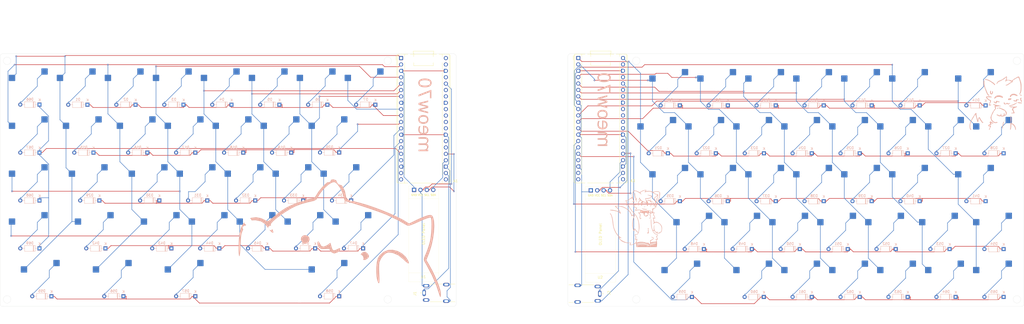
<source format=kicad_pcb>
(kicad_pcb (version 20240108) (generator "pcbnew") (generator_version "8.0")
  (layers (0 "F.Cu" signal) (31 "B.Cu" signal) (34 "B.Paste" user) (35 "F.Paste" user) (36 "B.SilkS" user "B.Silkscreen") (37 "F.SilkS" user "F.Silkscreen") (38 "B.Mask" user) (39 "F.Mask" user) (44 "Edge.Cuts" user))
  (net 0 "")
  (net 1 "Net-(D1-A)")
  (net 2 "Net-(D2-A)")
  (net 3 "Net-(D3-A)")
  (net 4 "Net-(D4-A)")
  (net 5 "Net-(D5-A)")
  (net 6 "Net-(D6-A)")
  (net 7 "Net-(D7-A)")
  (net 8 "Net-(D8-A)")
  (net 9 "Net-(D9-A)")
  (net 10 "Net-(D10-A)")
  (net 11 "Net-(D11-A)")
  (net 12 "Net-(D12-A)")
  (net 13 "Net-(D13-A)")
  (net 14 "Net-(D14-A)")
  (net 15 "Net-(D15-A)")
  (net 16 "Net-(D16-A)")
  (net 17 "Net-(D17-A)")
  (net 18 "Net-(D18-A)")
  (net 19 "Net-(D19-A)")
  (net 20 "Net-(D20-A)")
  (net 21 "Net-(D21-A)")
  (net 22 "Net-(D22-A)")
  (net 23 "Net-(D23-A)")
  (net 24 "Net-(D24-A)")
  (net 25 "Net-(D25-A)")
  (net 26 "Net-(D26-A)")
  (net 27 "Net-(D27-A)")
  (net 28 "Net-(D28-A)")
  (net 29 "Net-(D29-A)")
  (net 30 "Net-(D30-A)")
  (net 31 "Net-(D31-A)")
  (net 32 "Net-(D32-A)")
  (net 33 "Net-(D33-A)")
  (net 34 "Net-(D34-A)")
  (net 35 "Net-(D35-A)")
  (net 36 "Net-(D36-A)")
  (net 37 "Net-(D37-A)")
  (net 38 "Net-(D38-A)")
  (net 39 "Net-(D39-A)")
  (net 40 "Net-(D40-A)")
  (net 41 "Net-(D41-A)")
  (net 42 "Net-(D42-A)")
  (net 43 "Net-(D43-A)")
  (net 44 "Net-(D44-A)")
  (net 45 "Net-(D45-A)")
  (net 46 "Net-(D46-A)")
  (net 47 "Net-(D47-A)")
  (net 48 "Net-(D48-A)")
  (net 49 "Net-(D49-A)")
  (net 50 "Net-(D50-A)")
  (net 51 "Net-(D51-A)")
  (net 52 "Net-(D52-A)")
  (net 53 "Net-(D53-A)")
  (net 54 "Net-(D54-A)")
  (net 55 "Net-(D55-A)")
  (net 56 "Net-(D56-A)")
  (net 57 "Net-(D57-A)")
  (net 58 "Net-(D58-A)")
  (net 59 "Net-(D59-A)")
  (net 60 "Net-(D60-A)")
  (net 61 "Net-(D61-A)")
  (net 62 "Net-(D62-A)")
  (net 63 "Net-(D63-A)")
  (net 64 "Net-(D64-A)")
  (net 65 "Net-(D65-A)")
  (net 66 "Net-(D66-A)")
  (net 67 "Net-(D67-A)")
  (net 68 "Net-(D68-A)")
  (net 69 "Net-(D69-A)")
  (net 70 "GND")
  (net 71 "Net-(A1-GPIO5)")
  (net 72 "Net-(A1-GPIO1)")
  (net 74 "Net-(A1-GPIO10)")
  (net 75 "Net-(A1-GPIO11)")
  (net 80 "Net-(A1-GPIO0)")
  (net 81 "Net-(A1-GPIO7)")
  (net 83 "Net-(A1-GPIO12)")
  (net 86 "Net-(A1-GPIO17)")
  (net 87 "Net-(A1-GPIO3)")
  (net 88 "Net-(A1-GPIO9)")
  (net 89 "+3.3V")
  (net 90 "Net-(A1-GPIO18)")
  (net 93 "Net-(A1-GPIO2)")
  (net 97 "Net-(A1-GPIO6)")
  (net 101 "Net-(A1-GPIO8)")
  (net 102 "Net-(A1-GPIO19)")
  (net 103 "Net-(A1-GPIO4)")
  (net 106 "Net-(A3-GPIO4)")
  (net 108 "Net-(A3-GPIO6)")
  (net 109 "Net-(A3-VBUS)")
  (net 110 "Net-(A3-GPIO3)")
  (net 111 "Net-(A3-GPIO18)")
  (net 114 "Net-(A3-GPIO11)")
  (net 116 "Net-(A3-GPIO0)")
  (net 119 "Net-(A3-GPIO10)")
  (net 121 "Net-(A3-GPIO17)")
  (net 122 "Net-(A3-GPIO1)")
  (net 124 "Net-(A3-GPIO5)")
  (net 125 "Net-(A3-GPIO8)")
  (net 128 "Net-(A3-GPIO12)")
  (net 129 "Net-(A3-GPIO7)")
  (net 130 "Net-(A3-GPIO9)")
  (net 131 "Net-(A3-GPIO19)")
  (net 134 "Net-(A3-GPIO2)")
  (net 140 "Net-(J1-T)")
  (net 141 "Net-(A3-3V3)")
  (footprint "MX_Hotswap:MX-Hotswap-1U" (layer "F.Cu") (at 119.5 99.45)
    (property "Reference" "SW17")
    (property "Value" "SW_Push")
  )
  (footprint "MX_Hotswap:MX-Hotswap-1.25U" (layer "F.Cu") (at 419.15 137.8)
    (property "Reference" "SW53")
    (property "Value" "SW_Push")
  )
  (footprint "MX_Hotswap:MX-Hotswap-1U" (layer "F.Cu") (at 176.65 99.45)
    (property "Reference" "SW20")
    (property "Value" "SW_Push")
  )
  (footprint "Library:RaspberryPi_Pico_Common_THT_wModel" (layer "F.Cu") (at 205.07 69.98)
    (property "Reference" "A1")
    (property "Value" "RaspberryPi_Pico")
  )
  (footprint "MX_Hotswap:MX-Hotswap-1U" (layer "F.Cu") (at 364.4 99.7)
    (property "Reference" "SW24")
    (property "Value" "SW_Push")
  )
  (footprint "MX_Hotswap:MX-Hotswap-1U" (layer "F.Cu") (at 114.8 80.4)
    (property "Reference" "SW3")
    (property "Value" "SW_Push")
  )
  (footprint "MX_Hotswap:MX-Hotswap-1U" (layer "F.Cu") (at 57.6 99.45)
    (property "Reference" "SW67")
    (property "Value" "SW_Push")
  )
  (footprint "MX_Hotswap:MX-Hotswap-1U" (layer "F.Cu") (at 186.15 137.55)
    (property "Reference" "SW47")
    (property "Value" "SW_Push")
  )
  (footprint "MX_Hotswap:MX-Hotswap-1U" (layer "F.Cu") (at 340.6 137.8)
    (property "Reference" "SW49")
    (property "Value" "SW_Push")
  )
  (footprint "MX_Hotswap:MX-Hotswap-1U" (layer "F.Cu") (at 95.7 80.4)
    (property "Reference" "SW2")
    (property "Value" "SW_Push")
  )
  (footprint "Library:RaspberryPi_Pico_Common_THT_wModel" (layer "F.Cu") (at 275.445 69.9375)
    (property "Reference" "A3")
    (property "Value" "RaspberryPi_Pico")
  )
  (footprint "MX_Hotswap:MX-Hotswap-1U" (layer "F.Cu") (at 383.45 156.85)
    (property "Reference" "SW62")
    (property "Value" "SW_Push")
  )
  (footprint "MX_Hotswap:MX-Hotswap-1U" (layer "F.Cu") (at 397.75 137.8)
    (property "Reference" "SW52")
    (property "Value" "SW_Push")
  )
  (footprint "MX_Hotswap:MX-Hotswap-1U" (layer "F.Cu") (at 129.05 137.55)
    (property "Reference" "SW44")
    (property "Value" "SW_Push")
  )
  (footprint "MX_Hotswap:MX-Hotswap-1U" (layer "F.Cu") (at 369.15 80.65)
    (property "Reference" "SW11")
    (property "Value" "SW_Push")
  )
  (footprint "MX_Hotswap:MX-Hotswap-1U" (layer "F.Cu") (at 407.25 118.75)
    (property "Reference" "SW40")
    (property "Value" "SW_Push")
  )
  (footprint "MX_Hotswap:MX-Hotswap-1.75U" (layer "F.Cu") (at 83.8 137.55)
    (property "Reference" "SW42")
    (property "Value" "SW_Push")
  )
  (footprint "MX_Hotswap:MX-Hotswap-1U" (layer "F.Cu") (at 331.05 80.65)
    (property "Reference" "SW9")
    (property "Value" "SW_Push")
  )
  (footprint "MX_Hotswap:MX-Hotswap-1U" (layer "F.Cu") (at 76.65 80.4)
    (property "Reference" "SW1")
    (property "Value" "SW_Push")
  )
  (footprint "Library:SSD1306-0.91-OLED-4pin-128x32" (layer "F.Cu") (at 278.25 159.09 90)
    (property "Reference" "U2")
    (property "Value" "~" (hide yes))
  )
  (footprint "MX_Hotswap:MX-Hotswap-1U" (layer "F.Cu") (at 421.55 156.85)
    (property "Reference" "SW64")
    (property "Value" "SW_Push")
  )
  (footprint "MX_Hotswap:MX-Hotswap-1U" (layer "F.Cu") (at 359.65 137.8)
    (property "Reference" "SW50")
    (property "Value" "SW_Push")
  )
  (footprint "MX_Hotswap:MX-Hotswap-1U" (layer "F.Cu") (at 388.2 118.75)
    (property "Reference" "SW39")
    (property "Value" "SW_Push")
  )
  (footprint "MX_Hotswap:MX-Hotswap-1U" (layer "F.Cu") (at 378.7 137.8)
    (property "Reference" "SW51")
    (property "Value" "SW_Push")
  )
  (footprint "MX_Hotswap:MX-Hotswap-1U" (layer "F.Cu") (at 345.35 156.85)
    (property "Reference" "SW60")
    (property "Value" "SW_Push")
  )
  (footprint "MX_Hotswap:MX-Hotswap-1U" (layer "F.Cu") (at 181.4 118.5)
    (property "Reference" "SW34")
    (property "Value" "SW_Push")
  )
  (footprint "Library:SSD1306-0.91-OLED-4pin-128x32" (layer "F.Cu") (at 208.035 158.9125 90)
    (property "Reference" "U1")
    (property "Value" "~" (hide yes))
  )
  (footprint "MX_Hotswap:MX-Hotswap-1U" (layer "F.Cu") (at 331.05 118.75)
    (property "Reference" "SW36")
    (property "Value" "SW_Push")
  )
  (footprint "MX_Hotswap:MX-Hotswap-1U" (layer "F.Cu") (at 350.1 118.75)
    (property "Reference" "SW37")
    (property "Value" "SW_Push")
  )
  (footprint "MX_Hotswap:MX-Hotswap-1U" (layer "F.Cu") (at 369.15 118.75)
    (property "Reference" "SW38")
    (property "Value" "SW_Push")
  )
  (footprint "MX_Hotswap:MX-Hotswap-1U" (layer "F.Cu") (at 350.1 80.65)
    (property "Reference" "SW10")
    (property "Value" "SW_Push")
  )
  (footprint "MX_Hotswap:MX-Hotswap-1.75U" (layer "F.Cu") (at 433.45 80.65)
    (property "Reference" "SW14")
    (property "Value" "SW_Push")
  )
  (footprint "MX_Hotswap:MX-Hotswap-1U" (layer "F.Cu") (at 440.6 99.7)
    (property "Reference" "SW28")
    (property "Value" "SW_Push")
  )
  (footprint "MX_Hotswap:MX-Hotswap-1.75U" (layer "F.Cu") (at 433.45 118.75)
    (property "Reference" "SW41")
    (property "Value" "SW_Push")
  )
  (footprint "MX_Hotswap:MX-Hotswap-1.5U" (layer "F.Cu") (at 90.95 156.6)
    (property "Reference" "SW56")
    (property "Value" "SW_Push")
  )
  (footprint "Library:TENSILITY_54-00174" (layer "F.Cu") (at 277.185 163.705 -90)
    (property "Reference" "J2")
    (property "Value" "AudioJack4")
  )
  (footprint "MX_Hotswap:MX-Hotswap-1.25U" (layer "F.Cu") (at 79.05 99.45)
    (property "Reference" "SW15")
    (property "Value" "SW_Push")
  )
  (footprint "MX_Hotswap:MX-Hotswap-1U" (layer "F.Cu") (at 100.45 99.45)
    (property "Reference" "SW16")
    (property "Value" "SW_Push")
  )
  (footprint "MX_Hotswap:MX-Hotswap-1U" (layer "F.Cu") (at 312 118.75)
    (property "Reference" "SW35")
    (property "Value" "SW_Push")
  )
  (footprint "MX_Hotswap:MX-Hotswap-1U" (layer "F.Cu") (at 157.6 99.45)
    (property "Reference" "SW19")
    (property "Value" "SW_Push")
  )
  (footprint "MX_Hotswap:MX-Hotswap-1U" (layer "F.Cu") (at 143.3 118.5)
    (property "Reference" "SW32")
    (property "Value" "SW_Push")
  )
  (footprint "MX_Hotswap:MX-Hotswap-1U" (layer "F.Cu") (at 421.55 99.7)
    (property "Reference" "SW27")
    (property "Value" "SW_Push")
  )
  (footprint "MX_Hotswap:MX-Hotswap-1U" (layer "F.Cu") (at 191 80.4)
    (property "Reference" "SW7")
    (property "Value" "SW_Push")
  )
  (footprint "MX_Hotswap:MX-Hotswap-1U" (layer "F.Cu") (at 307.25 99.7)
    (property "Reference" "SW21")
    (property "Value" "SW_Push")
  )
  (footprint "MX_Hotswap:MX-Hotswap-1U" (layer "F.Cu") (at 57.6 118.5)
    (property "Reference" "SW68")
    (property "Value" "SW_Push")
  )
  (footprint "MX_Hotswap:MX-Hotswap-1.5U" (layer "F.Cu") (at 81.4 118.5)
    (property "Reference" "SW29")
    (property "Value" "SW_Push")
  )
  (footprint "MX_Hotswap:MX-Hotswap-1U" (layer "F.Cu") (at 57.6 80.4)
    (property "Reference" "SW66")
    (property "Value" "SW_Push")
  )
  (footprint "MX_Hotswap:MX-Hotswap-1U" (layer "F.Cu") (at 383.45 99.7)
    (property "Reference" "SW25")
    (property "Value" "SW_Push")
  )
  (footprint "MX_Hotswap:MX-Hotswap-1.5U" (layer "F.Cu") (at 119.5 156.6)
    (property "Reference" "SW57")
    (property "Value" "SW_Push")
  )
  (footprint "Library:TENSILITY_54-00174" (layer "F.Cu") (at 221.02 163.3775 90)
    (property "Reference" "J1")
    (property "Value" "AudioJack4")
  )
  (footprint "MX_Hotswap:MX-Hotswap-1.5U" (layer "F.Cu") (at 62.35 156.6)
    (property "Reference" "SW55")
    (property "Value" "SW_Push")
  )
  (footprint "MX_Hotswap:MX-Hotswap-1U" (layer "F.Cu") (at 148.07 137.55)
    (property "Reference" "SW45")
    (property "Value" "SW_Push")
  )
  (footprint "MX_Hotswap:MX-Hotswap-1U" (layer "F.Cu") (at 57.6 137.55)
    (property "Reference" "SW69")
    (property "Value" "SW_Push")
  )
  (footprint "MX_Hotswap:MX-Hotswap-1U" (layer "F.Cu") (at 345.35 99.7)
    (property "Reference" "SW23")
    (property "Value" "SW_Push")
  )
  (footprint "MX_Hotswap:MX-Hotswap-1U" (layer "F.Cu") (at 402.5 99.7)
    (property "Reference" "SW26")
    (property "Value" "SW_Push")
  )
  (footprint "MX_Hotswap:MX-Hotswap-1U" (layer "F.Cu") (at 407.25 80.65)
    (property "Reference" "SW13")
    (property "Value" "SW_Push")
  )
  (footprint "MX_Hotswap:MX-Hotswap-1U" (layer "F.Cu") (at 440.6 156.85)
    (property "Reference" "SW65")
    (property "Value" "SW_Push")
  )
  (footprint "MX_Hotswap:MX-Hotswap-1U" (layer "F.Cu") (at 326.3 99.7)
    (property "Reference" "SW22")
    (property "Value" "SW_Push")
  )
  (footprint "MX_Hotswap:MX-Hotswap-1U" (layer "F.Cu") (at 312 80.65)
    (property "Reference" "SW8")
    (property "Value" "SW_Push")
  )
  (footprint "MX_Hotswap:MX-Hotswap-1U" (layer "F.Cu") (at 440.6 137.8)
    (property "Reference" "SW54")
    (property "Value" "SW_Push")
  )
  (footprint "MX_Hotswap:MX-Hotswap-1U" (layer "F.Cu") (at 402.5 156.85)
    (property "Reference" "SW63")
    (property "Value" "SW_Push")
  )
  (footprint "MX_Hotswap:MX-Hotswap-1U" (layer "F.Cu") (at 138.55 99.45)
    (property "Reference" "SW18")
    (property "Value" "SW_Push")
  )
  (footprint "MX_Hotswap:MX-Hotswap-1U" (layer "F.Cu") (at 152.9 80.4)
    (property "Reference" "SW5")
    (property "Value" "SW_Push")
  )
  (footprint "MX_Hotswap:MX-Hotswap-1U" (layer "F.Cu") (at 167.1 137.55)
    (property "Reference" "SW46")
    (property "Value" "SW_Push")
  )
  (footprint "MX_Hotswap:MX-Hotswap-1U" (layer "F.Cu") (at 110 137.55)
    (property "Reference" "SW43")
    (property "Value" "SW_Push")
  )
  (footprint "MX_Hotswap:MX-Hotswap-2U" (layer "F.Cu") (at 316.8 156.85)
    (property "Reference" "SW59")
    (property "Value" "SW_Push")
  )
  (footprint "MX_Hotswap:MX-Hotswap-1U" (layer "F.Cu") (at 105.2 118.5)
    (property "Reference" "SW30")
    (property "Value" "SW_Push")
  )
  (footprint "MX_Hotswap:MX-Hotswap-1U" (layer "F.Cu") (at 364.4 156.85)
    (property "Reference" "SW61")
    (property "Value" "SW_Push")
  )
  (footprint "MX_Hotswap:MX-Hotswap-1U" (layer "F.Cu") (at 124.25 118.5)
    (property "Reference" "SW31")
    (property "Value" "SW_Push")
  )
  (footprint "MX_Hotswap:MX-Hotswap-1U" (layer "F.Cu") (at 133.85 80.4)
    (property "Reference" "SW4")
    (property "Value" "SW_Push")
  )
  (footprint "MX_Hotswap:MX-Hotswap-1U" (layer "F.Cu") (at 171.95 80.4)
    (property "Reference" "SW6")
    (property "Value" "SW_Push")
  )
  (footprint "MX_Hotswap:MX-Hotswap-1U" (layer "F.Cu") (at 162.35 118.5)
    (property "Reference" "SW33")
    (property "Value" "SW_Push")
  )
  (footprint "MX_Hotswap:MX-Hotswap-1U" (layer "F.Cu") (at 321.55 137.8)
    (property "Reference" "SW48")
    (property "Value" "SW_Push")
  )
  (footprint "MX_Hotswap:MX-Hotswap-2U" (layer "F.Cu") (at 176.65 156.6)
    (property "Reference" "SW58")
    (property "Value" "SW_Push")
  )
  (footprint "MX_Hotswap:MX-Hotswap-1U" (layer "F.Cu") (at 388.2 80.65)
    (property "Reference" "SW12")
    (property "Value" "SW_Push")
  )
  (footprint "Diode_THT:D_DO-35_SOD27_P7.62mm_Horizontal" (layer "B.Cu") (at 132.88 145.6775 180)
    (property "Reference" "D44")
    (property "Value" "1N4148")
  )
  (footprint "Diode_THT:D_DO-35_SOD27_P7.62mm_Horizontal" (layer "B.Cu") (at 444.395 145.955 180)
    (property "Reference" "D54")
    (property "Value" "1N4148")
  )
  (footprint "Diode_THT:D_DO-35_SOD27_P7.62mm_Horizontal" (layer "B.Cu") (at 387.245 165.005 180)
    (property "Reference" "D62")
    (property "Value" "1N4148")
  )
  (footprint "Diode_THT:D_DO-35_SOD27_P7.62mm_Horizontal" (layer "B.Cu") (at 66.18 164.7275 180)
    (property "Reference" "D55")
    (property "Value" "1N4148")
  )
  (footprint "Diode_THT:D_DO-35_SOD27_P7.62mm_Horizontal" (layer "B.Cu") (at 406.295 165.005 180)
    (property "Reference" "D63")
    (property "Value" "1N4148")
  )
  (footprint "Diode_THT:D_DO-35_SOD27_P7.62mm_Horizontal" (layer "B.Cu") (at 61.43 145.6775 180)
    (property "Reference" "D69")
    (property "Value" "1N4148")
  )
  (footprint "Diode_THT:D_DO-35_SOD27_P7.62mm_Horizontal" (layer "B.Cu") (at 444.395 107.855 180)
    (property "Reference" "D28")
    (property "Value" "1N4148")
  )
  (footprint "LOGO" (layer "B.Cu") (at 300.55 133 180)
    (property "Reference" "logo1" (hide yes))
    (property "Value" "LOGO" (hide yes))
  )
  (footprint "Diode_THT:D_DO-35_SOD27_P7.62mm_Horizontal" (layer "B.Cu") (at 401.545 145.955 180)
    (property "Reference" "D52")
    (property "Value" "1N4148")
  )
  (footprint "Diode_THT:D_DO-35_SOD27_P7.62mm_Horizontal" (layer "B.Cu") (at 422.945 145.955 180)
    (property "Reference" "D53")
    (property "Value" "1N4148")
  )
  (footprint "Diode_THT:D_DO-35_SOD27_P7.62mm_Horizontal" (layer "B.Cu") (at 151.89 145.6775 180)
    (property "Reference" "D45")
    (property "Value" "1N4148")
  )
  (footprint "Diode_THT:D_DO-35_SOD27_P7.62mm_Horizontal" (layer "B.Cu") (at 123.33 107.5775 180)
    (property "Reference" "D17")
    (property "Value" "1N4148")
  )
  (footprint "Diode_THT:D_DO-35_SOD27_P7.62mm_Horizontal" (layer "B.Cu") (at 334.845 88.805 180)
    (property "Reference" "D9")
    (property "Value" "1N4148")
  )
  (footprint "Diode_THT:D_DO-35_SOD27_P7.62mm_Horizontal" (layer "B.Cu") (at 315.795 126.905 180)
    (property "Reference" "D35")
    (property "Value" "1N4148")
  )
  (footprint "Diode_THT:D_DO-35_SOD27_P7.62mm_Horizontal" (layer "B.Cu") (at 391.995 88.805 180)
    (property "Reference" "D12")
    (property "Value" "1N4148")
  )
  (footprint "Diode_THT:D_DO-35_SOD27_P7.62mm_Horizontal" (layer "B.Cu") (at 137.68 88.5275 180)
    (property "Reference" "D4")
    (property "Value" "1N4148")
  )
  (footprint "Diode_THT:D_DO-35_SOD27_P7.62mm_Horizontal" (layer "B.Cu") (at 128.08 126.6275 180)
    (property "Reference" "D31")
    (property "Value" "1N4148")
  )
  (footprint "Diode_THT:D_DO-35_SOD27_P7.62mm_Horizontal" (layer "B.Cu") (at 113.83 145.6775 180)
    (property "Reference" "D43")
    (property "Value" "1N4148")
  )
  (footprint "Diode_THT:D_DO-35_SOD27_P7.62mm_Horizontal" (layer "B.Cu") (at 142.39 107.5775 180)
    (property "Reference" "D18")
    (property "Value" "1N4148")
  )
  (footprint "Diode_THT:D_DO-35_SOD27_P7.62mm_Horizontal" (layer "B.Cu") (at 363.445 145.955 180)
    (property "Reference" "D50")
    (property "Value" "1N4148")
  )
  (footprint "Diode_THT:D_DO-35_SOD27_P7.62mm_Horizontal" (layer "B.Cu") (at 406.305 107.855 180)
    (property "Reference" "D26")
    (property "Value" "1N4148")
  )
  (footprint "Diode_THT:D_DO-35_SOD27_P7.62mm_Horizontal" (layer "B.Cu") (at 189.98 145.6775 180)
    (property "Reference" "D47")
    (property "Value" "1N4148")
  )
  (footprint "Diode_THT:D_DO-35_SOD27_P7.62mm_Horizontal" (layer "B.Cu") (at 166.18 126.6275 180)
    (property "Reference" "D33")
    (property "Value" "1N4148")
  )
  (footprint "Diode_THT:D_DO-35_SOD27_P7.62mm_Horizontal" (layer "B.Cu") (at 349.195 107.855 180)
    (property "Reference" "D23")
    (property "Value" "1N4148")
  )
  (footprint "Diode_THT:D_DO-35_SOD27_P7.62mm_Horizontal" (layer "B.Cu") (at 391.995 126.905 180)
    (property "Reference" "D39")
    (property "Value" "1N4148")
  )
  (footprint "Diode_THT:D_DO-35_SOD27_P7.62mm_Horizontal" (layer "B.Cu") (at 368.195 107.855 180)
    (property "Reference" "D24")
    (property "Value" "1N4148")
  )
  (footprint "LOGO" (layer "B.Cu") (at 180.9 143.85 180)
    (property "Reference" "hfscjkzhslfjk" (hide yes))
    (property "Value" "LOGO" (hide yes))
  )
  (footprint "Diode_THT:D_DO-35_SOD27_P7.62mm_Horizontal" (layer "B.Cu") (at 194.83 88.5275 180)
    (property "Reference" "D7")
    (property "Value" "1N4148")
  )
  (footprint "Diode_THT:D_DO-35_SOD27_P7.62mm_Horizontal" (layer "B.Cu") (at 425.345 107.855 180)
    (property "Reference" "D27")
    (property "Value" "1N4148")
  )
  (footprint "Diode_THT:D_DO-35_SOD27_P7.62mm_Horizontal" (layer "B.Cu") (at 325.345 145.955 180)
    (property "Reference" "D48")
    (property "Value" "1N4148")
  )
  (footprint "Diode_THT:D_DO-35_SOD27_P7.62mm_Horizontal" (layer "B.Cu") (at 344.395 145.955 180)
    (property "Reference" "D49")
    (property "Value" "1N4148")
  )
  (footprint "Diode_THT:D_DO-35_SOD27_P7.62mm_Horizontal" (layer "B.Cu") (at 180.48 164.7275 180)
    (property "Reference" "D58")
    (property "Value" "1N4148")
  )
  (footprint "Diode_THT:D_DO-35_SOD27_P7.62mm_Horizontal" (layer "B.Cu") (at 411.055 88.805 180)
    (property "Reference" "D13")
    (property "Value" "1N4148")
  )
  (footprint "Diode_THT:D_DO-35_SOD27_P7.62mm_Horizontal" (layer "B.Cu") (at 147.13 126.6275 180)
    (property "Reference" "D32")
    (property "Value" "1N4148")
  )
  (footprint "Diode_THT:D_DO-35_SOD27_P7.62mm_Horizontal" (layer "B.Cu") (at 161.43 107.5775 180)
    (property "Reference" "D19")
    (property "Value" "1N4148")
  )
  (footprint "Diode_THT:D_DO-35_SOD27_P7.62mm_Horizontal" (layer "B.Cu") (at 123.33 164.7275 180)
    (property "Reference" "D57")
    (property "Value" "1N4148")
  )
  (footprint "Diode_THT:D_DO-35_SOD27_P7.62mm_Horizontal" (layer "B.Cu") (at 425.345 165.005 180)
    (property "Reference" "D64")
    (property "Value" "1N4148")
  )
  (footprint "Diode_THT:D_DO-35_SOD27_P7.62mm_Horizontal" (layer "B.Cu") (at 109.03 126.6275 180)
    (property "Reference" "D30")
    (property "Value" "1N4148")
  )
  (footprint "Diode_THT:D_DO-35_SOD27_P7.62mm_Horizontal" (layer "B.Cu") (at 372.945 126.905 180)
    (property "Reference" "D38")
    (property "Value" "1N4148")
  )
  (footprint "Diode_THT:D_DO-35_SOD27_P7.62mm_Horizontal" (layer "B.Cu") (at 315.785 88.805 180)
    (property "Reference" "D8")
    (property "Value" "1N4148")
  )
  (footprint "LOGO" (layer "B.Cu") (at 441.2 87.9 180)
    (property "Reference" "logo2" (hide yes))
    (property "Value" "LOGO" (hide yes))
  )
  (footprint "Diode_THT:D_DO-35_SOD27_P7.62mm_Horizontal" (layer "B.Cu") (at 353.895 126.905 180)
    (property "Reference" "D37")
    (property "Value" "1N4148")
  )
  (footprint "Diode_THT:D_DO-35_SOD27_P7.62mm_Horizontal" (layer "B.Cu") (at 61.43 126.6275 180)
    (property "Reference" "D68")
    (property "Value" "1N4148")
  )
  (footprint "Diode_THT:D_DO-35_SOD27_P7.62mm_Horizontal" (layer "B.Cu") (at 61.43 88.4775 180)
    (property "Reference" "D66")
    (property "Value" "1N4148")
  )
  (footprint "Diode_THT:D_DO-35_SOD27_P7.62mm_Horizontal" (layer "B.Cu") (at 180.48 107.5275 180)
    (property "Reference" "D20")
    (property "Value" "1N4148")
  )
  (footprint "Diode_THT:D_DO-35_SOD27_P7.62mm_Horizontal" (layer "B.Cu") (at 85.23 126.6275 180)
    (property "Reference" "D29")
    (property "Value" "1N4148")
  )
  (footprint "Diode_THT:D_DO-35_SOD27_P7.62mm_Horizontal" (layer "B.Cu") (at 349.145 165.005 180)
    (property "Reference" "D60")
    (property "Value" "1N4148")
  )
  (footprint "Diode_THT:D_DO-35_SOD27_P7.62mm_Horizontal" (layer "B.Cu") (at 334.845 126.905 180)
    (property "Reference" "D36")
    (property "Value" "1N4148")
  )
  (footprint "Diode_THT:D_DO-35_SOD27_P7.62mm_Horizontal" (layer "B.Cu") (at 82.88 107.5775 180)
    (property "Reference" "D15")
    (property "Value" "1N4148")
  )
  (footprint "Diode_THT:D_DO-35_SOD27_P7.62mm_Horizontal" (layer "B.Cu") (at 311.045 107.855 180)
    (property "Reference" "D21")
    (property "Value" "1N4148")
  )
  (footprint "Diode_THT:D_DO-35_SOD27_P7.62mm_Horizontal" (layer "B.Cu") (at 99.58 88.5275 180)
    (property "Reference" "D2")
    (property "Value" "1N4148")
  )
  (footprint "Diode_THT:D_DO-35_SOD27_P7.62mm_Horizontal" (layer "B.Cu") (at 80.48 88.5275 180)
    (property "Reference" "D1")
    (property "Value" "1N4148")
  )
  (footprint "Diode_THT:D_DO-35_SOD27_P7.62mm_Horizontal" (layer "B.Cu") (at 353.895 88.805 180)
    (property "Reference" "D10")
    (property "Value" "1N4148")
  )
  (footprint "Diode_THT:D_DO-35_SOD27_P7.62mm_Horizontal" (layer "B.Cu") (at 372.945 88.805 180)
    (property "Reference" "D11")
    (property "Value" "1N4148")
  )
  (footprint "Diode_THT:D_DO-35_SOD27_P7.62mm_Horizontal" (layer "B.Cu") (at 368.195 165.005 180)
    (property "Reference" "D61")
    (property "Value" "1N4148")
  )
  (footprint "Diode_THT:D_DO-35_SOD27_P7.62mm_Horizontal" (layer "B.Cu") (at 411.045 126.905 180)
    (property "Reference" "D40")
    (property "Value" "1N4148")
  )
  (footprint "Diode_THT:D_DO-35_SOD27_P7.62mm_Horizontal" (layer "B.Cu") (at 94.78 164.7275 180)
    (property "Reference" "D56")
    (property "Value" "1N4148")
  )
  (footprint "Diode_THT:D_DO-35_SOD27_P7.62mm_Horizontal" (layer "B.Cu") (at 175.78 88.5275 180)
    (property "Reference" "D6")
    (property "Value" "1N4148")
  )
  (footprint "Diode_THT:D_DO-35_SOD27_P7.62mm_Horizontal" (layer "B.Cu") (at 387.245 107.855 180)
    (property "Reference" "D25")
    (property "Value" "1N4148")
  )
  (footprint "Diode_THT:D_DO-35_SOD27_P7.62mm_Horizontal" (layer "B.Cu") (at 320.595 165.005 180)
    (property "Reference" "D59")
    (property "Value" "1N4148")
  )
  (footprint "Diode_THT:D_DO-35_SOD27_P7.62mm_Horizontal" (layer "B.Cu") (at 185.23 126.6275 180)
    (property "Reference" "D34")
    (property "Value" "1N4148")
  )
  (footprint "Diode_THT:D_DO-35_SOD27_P7.62mm_Horizontal" (layer "B.Cu") (at 170.93 145.6775 180)
    (property "Reference" "D46")
    (property "Value" "1N4148")
  )
  (footprint "Diode_THT:D_DO-35_SOD27_P7.62mm_Horizontal" (layer "B.Cu") (at 104.28 107.5775 180)
    (property "Reference" "D16")
    (property "Value" "1N4148")
  )
  (footprint "Diode_THT:D_DO-35_SOD27_P7.62mm_Horizontal" (layer "B.Cu") (at 330.095 107.855 180)
    (property "Reference" "D22")
    (property "Value" "1N4148")
  )
  (footprint "Diode_THT:D_DO-35_SOD27_P7.62mm_Horizontal" (layer "B.Cu") (at 61.43 107.5775 180)
    (property "Reference" "D67")
    (property "Value" "1N4148")
  )
  (footprint "Diode_THT:D_DO-35_SOD27_P7.62mm_Horizontal" (layer "B.Cu") (at 444.395 165.005 180)
    (property "Reference" "D65")
    (property "Value" "1N4148")
  )
  (footprint "Diode_THT:D_DO-35_SOD27_P7.62mm_Horizontal" (layer "B.Cu") (at 87.63 145.6775 180)
    (property "Reference" "D42")
    (property "Value" "1N4148")
  )
  (footprint "Diode_THT:D_DO-35_SOD27_P7.62mm_Horizontal" (layer "B.Cu") (at 118.63 88.5275 180)
    (property "Reference" "D3")
    (property "Value" "1N4148")
  )
  (footprint "Diode_THT:D_DO-35_SOD27_P7.62mm_Horizontal" (layer "B.Cu") (at 382.495 145.955 180)
    (property "Reference" "D51")
    (property "Value" "1N4148")
  )
  (footprint "Diode_THT:D_DO-35_SOD27_P7.62mm_Horizontal" (layer "B.Cu") (at 437.245 126.905 180)
    (property "Reference" "D41")
    (property "Value" "1N4148")
  )
  (footprint "Diode_THT:D_DO-35_SOD27_P7.62mm_Horizontal" (layer "B.Cu") (at 156.73 88.5275 180)
    (property "Reference" "D5")
    (property "Value" "1N4148")
  )
  (footprint "Diode_THT:D_DO-35_SOD27_P7.62mm_Horizontal" (layer "B.Cu") (at 437.245 88.805 180)
    (property "Reference" "D14")
    (property "Value" "1N4148")
  )
  (gr_line (start 452.485 69.255) (end 452.485 167.755) (stroke (width 0.05)) (layer "Edge.Cuts"))
  (gr_line (start 451.485 68.255) (end 413.235 68.255) (stroke (width 0.05)) (layer "Edge.Cuts"))
  (gr_arc (start 452.485 167.755) (mid 452.192107 168.462107) (end 451.485 168.755) (stroke (width 0.05)) (layer "Edge.Cuts"))
  (gr_line (start 45.77 69.2775) (end 45.77 167.7775) (stroke (width 0.05)) (layer "Edge.Cuts"))
  (gr_circle (center 449.685 165.955) (end 449.685 167.455) (stroke (width 0.05)) (fill none) (layer "Edge.Cuts"))
  (gr_circle (center 199.77 71.0775) (end 199.77 72.5775) (stroke (width 0.05)) (fill none) (layer "Edge.Cuts"))
  (gr_circle (center 298.485 165.955) (end 298.485 167.455) (stroke (width 0.05)) (fill none) (layer "Edge.Cuts"))
  (gr_line (start 413.235 68.255) (end 272.335 68.255) (stroke (width 0.05)) (layer "Edge.Cuts"))
  (gr_arc (start 271.335 69.255) (mid 271.627893 68.547893) (end 272.335 68.255) (stroke (width 0.05)) (layer "Edge.Cuts"))
  (gr_arc (start 46.77 168.7775) (mid 46.062893 168.484607) (end 45.77 167.7775) (stroke (width 0.05)) (layer "Edge.Cuts"))
  (gr_arc (start 45.77 69.2775) (mid 46.062893 68.570393) (end 46.77 68.2775) (stroke (width 0.05)) (layer "Edge.Cuts"))
  (gr_circle (center 298.485 71.055) (end 298.485 72.555) (stroke (width 0.05)) (fill none) (layer "Edge.Cuts"))
  (gr_line (start 225.92 68.2775) (end 46.77 68.2775) (stroke (width 0.05)) (layer "Edge.Cuts"))
  (gr_arc (start 272.335 168.755) (mid 271.627893 168.462107) (end 271.335 167.755) (stroke (width 0.05)) (layer "Edge.Cuts"))
  (gr_arc (start 451.485 68.255) (mid 452.192107 68.547893) (end 452.485 69.255) (stroke (width 0.05)) (layer "Edge.Cuts"))
  (gr_line (start 226.92 69.35) (end 226.92 167.7775) (stroke (width 0.05)) (layer "Edge.Cuts"))
  (gr_circle (center 199.77 165.9775) (end 199.77 167.4775) (stroke (width 0.05)) (fill none) (layer "Edge.Cuts"))
  (gr_line (start 46.77 168.7775) (end 225.8 168.7775) (stroke (width 0.05)) (layer "Edge.Cuts"))
  (gr_line (start 226.92 69.35) (end 226.92 69.2775) (stroke (width 0.05)) (layer "Edge.Cuts"))
  (gr_circle (center 449.685 71.055) (end 449.685 72.555) (stroke (width 0.05)) (fill none) (layer "Edge.Cuts"))
  (gr_line (start 272.335 168.755) (end 451.485 168.755) (stroke (width 0.05)) (layer "Edge.Cuts"))
  (gr_line (start 225.8 168.7775) (end 225.92 168.7775) (stroke (width 0.05)) (layer "Edge.Cuts"))
  (gr_line (start 271.335 69.25) (end 271.335 167.755) (stroke (width 0.05)) (layer "Edge.Cuts"))
  (gr_arc (start 226.92 167.7775) (mid 226.627107 168.484607) (end 225.92 168.7775) (stroke (width 0.05)) (layer "Edge.Cuts"))
  (gr_circle (center 48.57 165.9775) (end 48.57 167.4775) (stroke (width 0.05)) (fill none) (layer "Edge.Cuts"))
  (gr_circle (center 48.57 71.0775) (end 48.57 72.5775) (stroke (width 0.05)) (fill none) (layer "Edge.Cuts"))
  (gr_arc (start 225.92 68.2775) (mid 226.627107 68.570393) (end 226.92 69.2775) (stroke (width 0.05)) (layer "Edge.Cuts"))
  (gr_text "meow70" (at 211.15 107.65 270) (layer "B.SilkS") (effects (font (size 5 5) (thickness 0.1)) (justify left bottom mirror)))
  (gr_text "meow70" (at 282.299052 105.576549 270) (layer "B.SilkS") (effects (font (size 5 5) (thickness 0.1)) (justify left bottom mirror)))
  (segment (start 72.86 87.4258) (end 73.2731 87.4258) (width 0.2) (layer "B.Cu") (net 1))
  (segment (start 73.2731 87.4258) (end 79.6199 81.079) (width 0.2) (layer "B.Cu") (net 1))
  (segment (start 79.6199 81.079) (end 79.6199 78.1921) (width 0.2) (layer "B.Cu") (net 1))
  (segment (start 79.6199 78.1921) (end 82.492 75.32) (width 0.2) (layer "B.Cu") (net 1))
  (segment (start 72.86 88.5275) (end 72.86 87.4258) (width 0.2) (layer "B.Cu") (net 1))
  (segment (start 98.6699 81.129) (end 98.6699 78.1921) (width 0.2) (layer "B.Cu") (net 2))
  (segment (start 92.3731 87.4258) (end 98.6699 81.129) (width 0.2) (layer "B.Cu") (net 2))
  (segment (start 98.6699 78.1921) (end 101.542 75.32) (width 0.2) (layer "B.Cu") (net 2))
  (segment (start 91.96 88.5275) (end 91.96 87.4258) (width 0.2) (layer "B.Cu") (net 2))
  (segment (start 91.96 87.4258) (end 92.3731 87.4258) (width 0.2) (layer "B.Cu") (net 2))
  (segment (start 117.7699 78.1921) (end 120.642 75.32) (width 0.2) (layer "B.Cu") (net 3))
  (segment (start 111.01 88.5275) (end 111.01 87.4258) (width 0.2) (layer "B.Cu") (net 3))
  (segment (start 117.7699 81.079) (end 117.7699 78.1921) (width 0.2) (layer "B.Cu") (net 3))
  (segment (start 111.4231 87.4258) (end 117.7699 81.079) (width 0.2) (layer "B.Cu") (net 3))
  (segment (start 111.01 87.4258) (end 111.4231 87.4258) (width 0.2) (layer "B.Cu") (net 3))
  (segment (start 130.06 88.5275) (end 130.06 87.4258) (width 0.2) (layer "B.Cu") (net 4))
  (segment (start 136.8199 81.079) (end 136.8199 78.1921) (width 0.2) (layer "B.Cu") (net 4))
  (segment (start 136.8199 78.1921) (end 139.692 75.32) (width 0.2) (layer "B.Cu") (net 4))
  (segment (start 130.06 87.4258) (end 130.4731 87.4258) (width 0.2) (layer "B.Cu") (net 4))
  (segment (start 130.4731 87.4258) (end 136.8199 81.079) (width 0.2) (layer "B.Cu") (net 4))
  (segment (start 149.5231 87.4258) (end 155.8699 81.079) (width 0.2) (layer "B.Cu") (net 5))
  (segment (start 155.8699 81.079) (end 155.8699 78.1921) (width 0.2) (layer "B.Cu") (net 5))
  (segment (start 149.11 87.4258) (end 149.5231 87.4258) (width 0.2) (layer "B.Cu") (net 5))
  (segment (start 149.11 88.5275) (end 149.11 87.4258) (width 0.2) (layer "B.Cu") (net 5))
  (segment (start 155.8699 78.1921) (end 158.742 75.32) (width 0.2) (layer "B.Cu") (net 5))
  (segment (start 168.16 87.4258) (end 168.5731 87.4258) (width 0.2) (layer "B.Cu") (net 6))
  (segment (start 174.9199 78.1921) (end 177.792 75.32) (width 0.2) (layer "B.Cu") (net 6))
  (segment (start 174.9199 81.079) (end 174.9199 78.1921) (width 0.2) (layer "B.Cu") (net 6))
  (segment (start 168.16 88.5275) (end 168.16 87.4258) (width 0.2) (layer "B.Cu") (net 6))
  (segment (start 168.5731 87.4258) (end 174.9199 81.079) (width 0.2) (layer "B.Cu") (net 6))
  (segment (start 187.21 88.5275) (end 187.21 87.4258) (width 0.2) (layer "B.Cu") (net 7))
  (segment (start 187.6231 87.4258) (end 193.9699 81.079) (width 0.2) (layer "B.Cu") (net 7))
  (segment (start 187.21 87.4258) (end 187.6231 87.4258) (width 0.2) (layer "B.Cu") (net 7))
  (segment (start 193.9699 81.079) (end 193.9699 78.1921) (width 0.2) (layer "B.Cu") (net 7))
  (segment (start 193.9699 78.1921) (end 196.842 75.32) (width 0.2) (layer "B.Cu") (net 7))
  (segment (start 308.165 88.805) (end 308.165 87.7033) (width 0.2) (layer "B.Cu") (net 8))
  (segment (start 308.5781 87.7033) (end 314.9699 81.3115) (width 0.2) (layer "B.Cu") (net 8))
  (segment (start 314.9699 78.4421) (end 317.842 75.57) (width 0.2) (layer "B.Cu") (net 8))
  (segment (start 308.165 87.7033) (end 308.5781 87.7033) (width 0.2) (layer "B.Cu") (net 8))
  (segment (start 314.9699 81.3115) (end 314.9699 78.4421) (width 0.2) (layer "B.Cu") (net 8))
  (segment (start 327.6381 87.7033) (end 334.0199 81.3215) (width 0.2) (layer "B.Cu") (net 9))
  (segment (start 334.0199 78.4421) (end 336.892 75.57) (width 0.2) (layer "B.Cu") (net 9))
  (segment (start 327.225 87.7033) (end 327.6381 87.7033) (width 0.2) (layer "B.Cu") (net 9))
  (segment (start 334.0199 81.3215) (end 334.0199 78.4421) (width 0.2) (layer "B.Cu") (net 9))
  (segment (start 327.225 88.805) (end 327.225 87.7033) (width 0.2) (layer "B.Cu") (net 9))
  (segment (start 346.275 87.7033) (end 346.6881 87.7033) (width 0.2) (layer "B.Cu") (net 10))
  (segment (start 346.275 88.805) (end 346.275 87.7033) (width 0.2) (layer "B.Cu") (net 10))
  (segment (start 353.0699 78.4421) (end 355.942 75.57) (width 0.2) (layer "B.Cu") (net 10))
  (segment (start 346.6881 87.7033) (end 353.0699 81.3215) (width 0.2) (layer "B.Cu") (net 10))
  (segment (start 353.0699 81.3215) (end 353.0699 78.4421) (width 0.2) (layer "B.Cu") (net 10))
  (segment (start 372.1199 78.4421) (end 374.992 75.57) (width 0.2) (layer "B.Cu") (net 11))
  (segment (start 365.7381 87.7033) (end 372.1199 81.3215) (width 0.2) (layer "B.Cu") (net 11))
  (segment (start 365.325 87.7033) (end 365.7381 87.7033) (width 0.2) (layer "B.Cu") (net 11))
  (segment (start 365.325 88.805) (end 365.325 87.7033) (width 0.2) (layer "B.Cu") (net 11))
  (segment (start 372.1199 81.3215) (end 372.1199 78.4421) (width 0.2) (layer "B.Cu") (net 11))
  (segment (start 391.1699 81.3215) (end 391.1699 78.4421) (width 0.2) (layer "B.Cu") (net 12))
  (segment (start 391.1699 78.4421) (end 394.042 75.57) (width 0.2) (layer "B.Cu") (net 12))
  (segment (start 384.7881 87.7033) (end 391.1699 81.3215) (width 0.2) (layer "B.Cu") (net 12))
  (segment (start 384.375 87.7033) (end 384.7881 87.7033) (width 0.2) (layer "B.Cu") (net 12))
  (segment (start 384.375 88.805) (end 384.375 87.7033) (width 0.2) (layer "B.Cu") (net 12))
  (segment (start 403.435 87.7033) (end 403.8481 87.7033) (width 0.2) (layer "B.Cu") (net 13))
  (segment (start 410.2199 78.4421) (end 413.092 75.57) (width 0.2) (layer "B.Cu") (net 13))
  (segment (start 410.2199 81.3315) (end 410.2199 78.4421) (width 0.2) (layer "B.Cu") (net 13))
  (segment (start 403.8481 87.7033) (end 410.2199 81.3315) (width 0.2) (layer "B.Cu") (net 13))
  (segment (start 403.435 88.805) (end 403.435 87.7033) (width 0.2) (layer "B.Cu") (net 13))
  (segment (start 430.0381 87.7033) (end 436.4199 81.3215) (width 0.2) (layer "B.Cu") (net 14))
  (segment (start 429.625 88.805) (end 429.625 87.7033) (width 0.2) (layer "B.Cu") (net 14))
  (segment (start 436.4199 78.4421) (end 439.292 75.57) (width 0.2) (layer "B.Cu") (net 14))
  (segment (start 429.625 87.7033) (end 430.0381 87.7033) (width 0.2) (layer "B.Cu") (net 14))
  (segment (start 436.4199 81.3215) (end 436.4199 78.4421) (width 0.2) (layer "B.Cu") (net 14))
  (segment (start 82.0199 97.2421) (end 84.892 94.37) (width 0.2) (layer "B.Cu") (net 15))
  (segment (start 75.26 107.5775) (end 75.26 106.4758) (width 0.2) (layer "B.Cu") (net 15))
  (segment (start 82.0199 100.129) (end 82.0199 97.2421) (width 0.2) (layer "B.Cu") (net 15))
  (segment (start 75.26 106.4758) (end 75.6731 106.4758) (width 0.2) (layer "B.Cu") (net 15))
  (segment (start 75.6731 106.4758) (end 82.0199 100.129) (width 0.2) (layer "B.Cu") (net 15))
  (segment (start 103.4199 97.2421) (end 106.292 94.37) (width 0.2) (layer "B.Cu") (net 16))
  (segment (start 96.66 107.5775) (end 96.66 106.4758) (width 0.2) (layer "B.Cu") (net 16))
  (segment (start 96.66 106.4758) (end 97.0731 106.4758) (width 0.2) (layer "B.Cu") (net 16))
  (segment (start 103.4199 100.129) (end 103.4199 97.2421) (width 0.2) (layer "B.Cu") (net 16))
  (segment (start 97.0731 106.4758) (end 103.4199 100.129) (width 0.2) (layer "B.Cu") (net 16))
  (segment (start 122.4699 100.129) (end 122.4699 97.2421) (width 0.2) (layer "B.Cu") (net 17))
  (segment (start 116.1231 106.4758) (end 122.4699 100.129) (width 0.2) (layer "B.Cu") (net 17))
  (segment (start 115.71 106.4758) (end 116.1231 106.4758) (width 0.2) (layer "B.Cu") (net 17))
  (segment (start 115.71 107.5775) (end 115.71 106.4758) (width 0.2) (layer "B.Cu") (net 17))
  (segment (start 122.4699 97.2421) (end 125.342 94.37) (width 0.2) (layer "B.Cu") (net 17))
  (segment (start 141.5199 100.139) (end 141.5199 97.2421) (width 0.2) (layer "B.Cu") (net 18))
  (segment (start 135.1831 106.4758) (end 141.5199 100.139) (width 0.2) (layer "B.Cu") (net 18))
  (segment (start 134.77 107.5775) (end 134.77 106.4758) (width 0.2) (layer "B.Cu") (net 18))
  (segment (start 134.77 106.4758) (end 135.1831 106.4758) (width 0.2) (layer "B.Cu") (net 18))
  (segment (start 141.5199 97.2421) (end 144.392 94.37) (width 0.2) (layer "B.Cu") (net 18))
  (segment (start 153.81 107.5775) (end 153.81 106.4758) (width 0.2) (layer "B.Cu") (net 19))
  (segment (start 154.2231 106.4758) (end 160.5699 100.129) (width 0.2) (layer "B.Cu") (net 19))
  (segment (start 160.5699 100.129) (end 160.5699 97.2421) (width 0.2) (layer "B.Cu") (net 19))
  (segment (start 153.81 106.4758) (end 154.2231 106.4758) (width 0.2) (layer "B.Cu") (net 19))
  (segment (start 160.5699 97.2421) (end 163.442 94.37) (width 0.2) (layer "B.Cu") (net 19))
  (segment (start 173.4108 106.4258) (end 179.6199 100.2167) (width 0.2) (layer "B.Cu") (net 20))
  (segment (start 179.6199 97.2421) (end 182.492 94.37) (width 0.2) (layer "B.Cu") (net 20))
  (segment (start 179.6199 100.2167) (end 179.6199 97.2421) (width 0.2) (layer "B.Cu") (net 20))
  (segment (start 172.86 106.4258) (end 173.4108 106.4258) (width 0.2) (layer "B.Cu") (net 20))
  (segment (start 172.86 107.5275) (end 172.86 106.4258) (width 0.2) (layer "B.Cu") (net 20))
  (segment (start 310.2199 97.4921) (end 313.092 94.62) (width 0.2) (layer "B.Cu") (net 21))
  (segment (start 303.8381 106.7533) (end 310.2199 100.3715) (width 0.2) (layer "B.Cu") (net 21))
  (segment (start 303.425 107.855) (end 303.425 106.7533) (width 0.2) (layer "B.Cu") (net 21))
  (segment (start 310.2199 100.3715) (end 310.2199 97.4921) (width 0.2) (layer "B.Cu") (net 21))
  (segment (start 303.425 106.7533) (end 303.8381 106.7533) (width 0.2) (layer "B.Cu") (net 21))
  (segment (start 322.475 106.7533) (end 322.8881 106.7533) (width 0.2) (layer "B.Cu") (net 22))
  (segment (start 322.475 107.855) (end 322.475 106.7533) (width 0.2) (layer "B.Cu") (net 22))
  (segment (start 329.2699 97.4921) (end 332.142 94.62) (width 0.2) (layer "B.Cu") (net 22))
  (segment (start 329.2699 100.3715) (end 329.2699 97.4921) (width 0.2) (layer "B.Cu") (net 22))
  (segment (start 322.8881 106.7533) (end 329.2699 100.3715) (width 0.2) (layer "B.Cu") (net 22))
  (segment (start 341.9881 106.7533) (end 348.3199 100.4215) (width 0.2) (layer "B.Cu") (net 23))
  (segment (start 348.3199 100.4215) (end 348.3199 97.4921) (width 0.2) (layer "B.Cu") (net 23))
  (segment (start 341.575 106.7533) (end 341.9881 106.7533) (width 0.2) (layer "B.Cu") (net 23))
  (segment (start 341.575 107.855) (end 341.575 106.7533) (width 0.2) (layer "B.Cu") (net 23))
  (segment (start 348.3199 97.4921) (end 351.192 94.62) (width 0.2) (layer "B.Cu") (net 23))
  (segment (start 360.9881 106.7533) (end 367.3699 100.3715) (width 0.2) (layer "B.Cu") (net 24))
  (segment (start 367.3699 97.4921) (end 370.242 94.62) (width 0.2) (layer "B.Cu") (net 24))
  (segment (start 360.575 106.7533) (end 360.9881 106.7533) (width 0.2) (layer "B.Cu") (net 24))
  (segment (start 360.575 107.855) (end 360.575 106.7533) (width 0.2) (layer "B.Cu") (net 24))
  (segment (start 367.3699 100.3715) (end 367.3699 97.4921) (width 0.2) (layer "B.Cu") (net 24))
  (segment (start 380.0381 106.7533) (end 386.4199 100.3715) (width 0.2) (layer "B.Cu") (net 25))
  (segment (start 386.4199 97.4921) (end 389.292 94.62) (width 0.2) (layer "B.Cu") (net 25))
  (segment (start 386.4199 100.3715) (end 386.4199 97.4921) (width 0.2) (layer "B.Cu") (net 25))
  (segment (start 379.625 106.7533) (end 380.0381 106.7533) (width 0.2) (layer "B.Cu") (net 25))
  (segment (start 379.625 107.855) (end 379.625 106.7533) (width 0.2) (layer "B.Cu") (net 25))
  (segment (start 405.4699 100.3815) (end 405.4699 97.4921) (width 0.2) (layer "B.Cu") (net 26))
  (segment (start 398.685 106.7533) (end 399.0981 106.7533) (width 0.2) (layer "B.Cu") (net 26))
  (segment (start 405.4699 97.4921) (end 408.342 94.62) (width 0.2) (layer "B.Cu") (net 26))
  (segment (start 399.0981 106.7533) (end 405.4699 100.3815) (width 0.2) (layer "B.Cu") (net 26))
  (segment (start 398.685 107.855) (end 398.685 106.7533) (width 0.2) (layer "B.Cu") (net 26))
  (segment (start 424.5199 97.4921) (end 427.392 94.62) (width 0.2) (layer "B.Cu") (net 27))
  (segment (start 417.725 107.855) (end 417.725 106.7533) (width 0.2) (layer "B.Cu") (net 27))
  (segment (start 418.1381 106.7533) (end 424.5199 100.3715) (width 0.2) (layer "B.Cu") (net 27))
  (segment (start 417.725 106.7533) (end 418.1381 106.7533) (width 0.2) (layer "B.Cu") (net 27))
  (segment (start 424.5199 100.3715) (end 424.5199 97.4921) (width 0.2) (layer "B.Cu") (net 27))
  (segment (start 436.775 107.855) (end 436.775 106.7533) (width 0.2) (layer "B.Cu") (net 28))
  (segment (start 443.5699 97.4921) (end 446.442 94.62) (width 0.2) (layer "B.Cu") (net 28))
  (segment (start 437.1881 106.7533) (end 443.5699 100.3715) (width 0.2) (layer "B.Cu") (net 28))
  (segment (start 436.775 106.7533) (end 437.1881 106.7533) (width 0.2) (layer "B.Cu") (net 28))
  (segment (start 443.5699 100.3715) (end 443.5699 97.4921) (width 0.2) (layer "B.Cu") (net 28))
  (segment (start 77.61 126.6275) (end 77.61 125.5258) (width 0.2) (layer "B.Cu") (net 29))
  (segment (start 78.0231 125.5258) (end 84.3699 119.179) (width 0.2) (layer "B.Cu") (net 29))
  (segment (start 77.61 125.5258) (end 78.0231 125.5258) (width 0.2) (layer "B.Cu") (net 29))
  (segment (start 84.3699 116.2921) (end 87.242 113.42) (width 0.2) (layer "B.Cu") (net 29))
  (segment (start 84.3699 119.179) (end 84.3699 116.2921) (width 0.2) (layer "B.Cu") (net 29))
  (segment (start 108.1699 116.2921) (end 111.042 113.42) (width 0.2) (layer "B.Cu") (net 30))
  (segment (start 101.8231 125.5258) (end 108.1699 119.179) (width 0.2) (layer "B.Cu") (net 30))
  (segment (start 101.41 126.6275) (end 101.41 125.5258) (width 0.2) (layer "B.Cu") (net 30))
  (segment (start 108.1699 119.179) (end 108.1699 116.2921) (width 0.2) (layer "B.Cu") (net 30))
  (segment (start 101.41 125.5258) (end 101.8231 125.5258) (width 0.2) (layer "B.Cu") (net 30))
  (segment (start 120.631 125.354) (end 120.631 123.0989) (width 0.2) (layer "B.Cu") (net 31))
  (segment (start 127.2199 116.2921) (end 130.092 113.42) (width 0.2) (layer "B.Cu") (net 31))
  (segment (start 127.2199 119.1302) (end 127.2199 116.2921) (width 0.2) (layer "B.Cu") (net 31))
  (segment (start 123.2512 123.0989) (end 127.2199 119.1302) (width 0.2) (layer "B.Cu") (net 31))
  (segment (start 120.46 126.6275) (end 120.46 125.526) (width 0.2) (layer "B.Cu") (net 31))
  (segment (start 120.631 123.0989) (end 123.2512 123.0989) (width 0.2) (layer "B.Cu") (net 31))
  (segment (start 120.46 126.628) (end 120.46 126.6275) (width 0.2) (layer "B.Cu") (net 31))
  (segment (start 120.46 125.526) (end 120.631 125.354) (width 0.2) (layer "B.Cu") (net 31))
  (segment (start 139.51 126.6275) (end 139.51 125.5258) (width 0.2) (layer "B.Cu") (net 32))
  (segment (start 139.51 125.5258) (end 139.9231 125.5258) (width 0.2) (layer "B.Cu") (net 32))
  (segment (start 139.9231 125.5258) (end 146.2699 119.179) (width 0.2) (layer "B.Cu") (net 32))
  (segment (start 146.2699 119.179) (end 146.2699 116.2921) (width 0.2) (layer "B.Cu") (net 32))
  (segment (start 146.2699 116.2921) (end 149.142 113.42) (width 0.2) (layer "B.Cu") (net 32))
  (segment (start 165.3199 119.179) (end 165.3199 116.2921) (width 0.2) (layer "B.Cu") (net 33))
  (segment (start 158.56 125.5258) (end 158.9731 125.5258) (width 0.2) (layer "B.Cu") (net 33))
  (segment (start 165.3199 116.2921) (end 168.192 113.42) (width 0.2) (layer "B.Cu") (net 33))
  (segment (start 158.9731 125.5258) (end 165.3199 119.179) (width 0.2) (layer "B.Cu") (net 33))
  (segment (start 158.56 126.6275) (end 158.56 125.5258) (width 0.2) (layer "B.Cu") (net 33))
  (segment (start 184.3699 119.179) (end 184.3699 116.2921) (width 0.2) (layer "B.Cu") (net 34))
  (segment (start 177.61 125.5258) (end 178.0231 125.5258) (width 0.2) (layer "B.Cu") (net 34))
  (segment (start 178.0231 125.5258) (end 184.3699 119.179) (width 0.2) (layer "B.Cu") (net 34))
  (segment (start 184.3699 116.2921) (end 187.242 113.42) (width 0.2) (layer "B.Cu") (net 34))
  (segment (start 177.61 126.6275) (end 177.61 125.5258) (width 0.2) (layer "B.Cu") (net 34))
  (segment (start 314.8462 116.6658) (end 317.842 113.67) (width 0.2) (layer "B.Cu") (net 35))
  (segment (start 308.5881 125.8033) (end 314.8462 119.5452) (width 0.2) (layer "B.Cu") (net 35))
  (segment (start 308.175 126.905) (end 308.175 125.8033) (width 0.2) (layer "B.Cu") (net 35))
  (segment (start 308.175 125.8033) (end 308.5881 125.8033) (width 0.2) (layer "B.Cu") (net 35))
  (segment (start 314.8462 119.5452) (end 314.8462 116.6658) (width 0.2) (layer "B.Cu") (net 35))
  (segment (start 327.225 126.905) (end 327.225 125.8033) (width 0.2) (layer "B.Cu") (net 36))
  (segment (start 334.0199 116.5421) (end 336.892 113.67) (width 0.2) (layer "B.Cu") (net 36))
  (segment (start 327.225 125.8033) (end 327.6381 125.8033) (width 0.2) (layer "B.Cu") (net 36))
  (segment (start 334.0199 119.4215) (end 334.0199 116.5421) (width 0.2) (layer "B.Cu") (net 36))
  (segment (start 327.6381 125.8033) (end 334.0199 119.4215) (width 0.2) (layer "B.Cu") (net 36))
  (segment (start 346.6881 125.8033) (end 353.0699 119.4215) (width 0.2) (layer "B.Cu") (net 37))
  (segment (start 346.275 125.8033) (end 346.6881 125.8033) (width 0.2) (layer "B.Cu") (net 37))
  (segment (start 353.0699 119.4215) (end 353.0699 116.5421) (width 0.2) (layer "B.Cu") (net 37))
  (segment (start 346.275 126.905) (end 346.275 125.8033) (width 0.2) (layer "B.Cu") (net 37))
  (segment (start 353.0699 116.5421) (end 355.942 113.67) (width 0.2) (layer "B.Cu") (net 37))
  (segment (start 365.7381 125.8033) (end 372.1199 119.4215) (width 0.2) (layer "B.Cu") (net 38))
  (segment (start 365.325 125.8033) (end 365.7381 125.8033) (width 0.2) (layer "B.Cu") (net 38))
  (segment (start 372.1199 116.5421) (end 374.992 113.67) (width 0.2) (layer "B.Cu") (net 38))
  (segment (start 365.325 126.905) (end 365.325 125.8033) (width 0.2) (layer "B.Cu") (net 38))
  (segment (start 372.1199 119.4215) (end 372.1199 116.5421) (width 0.2) (layer "B.Cu") (net 38))
  (segment (start 391.1699 116.5421) (end 394.042 113.67) (width 0.2) (layer "B.Cu") (net 39))
  (segment (start 384.7881 125.8033) (end 391.1699 119.4215) (width 0.2) (layer "B.Cu") (net 39))
  (segment (start 391.1699 119.4215) (end 391.1699 116.5421) (width 0.2) (layer "B.Cu") (net 39))
  (segment (start 384.375 126.905) (end 384.375 125.8033) (width 0.2) (layer "B.Cu") (net 39))
  (segment (start 384.375 125.8033) (end 384.7881 125.8033) (width 0.2) (layer "B.Cu") (net 39))
  (segment (start 410.2199 116.5421) (end 413.092 113.67) (width 0.2) (layer "B.Cu") (net 40))
  (segment (start 403.425 125.8033) (end 403.8381 125.8033) (width 0.2) (layer "B.Cu") (net 40))
  (segment (start 410.2199 119.4215) (end 410.2199 116.5421) (width 0.2) (layer "B.Cu") (net 40))
  (segment (start 403.8381 125.8033) (end 410.2199 119.4215) (width 0.2) (layer "B.Cu") (net 40))
  (segment (start 403.425 126.905) (end 403.425 125.8033) (width 0.2) (layer "B.Cu") (net 40))
  (segment (start 429.625 126.905) (end 429.625 125.8033) (width 0.2) (layer "B.Cu") (net 41))
  (segment (start 436.4199 119.4215) (end 436.4199 116.5421) (width 0.2) (layer "B.Cu") (net 41))
  (segment (start 429.625 125.8033) (end 430.0381 125.8033) (width 0.2) (layer "B.Cu") (net 41))
  (segment (start 436.4199 116.5421) (end 439.292 113.67) (width 0.2) (layer "B.Cu") (net 41))
  (segment (start 430.0381 125.8033) (end 436.4199 119.4215) (width 0.2) (layer "B.Cu") (net 41))
  (segment (start 80.01 144.5758) (end 80.4231 144.5758) (width 0.2) (layer "B.Cu") (net 42))
  (segment (start 80.01 145.6775) (end 80.01 144.5758) (width 0.2) (layer "B.Cu") (net 42))
  (segment (start 86.7699 138.229) (end 86.7699 135.3421) (width 0.2) (layer "B.Cu") (net 42))
  (segment (start 86.7699 135.3421) (end 89.642 132.47) (width 0.2) (layer "B.Cu") (net 42))
  (segment (start 80.4231 144.5758) (end 86.7699 138.229) (width 0.2) (layer "B.Cu") (net 42))
  (segment (start 106.6231 144.5758) (end 112.9699 138.229) (width 0.2) (layer "B.Cu") (net 43))
  (segment (start 112.9699 138.229) (end 112.9699 135.3421) (width 0.2) (layer "B.Cu") (net 43))
  (segment (start 106.21 145.6775) (end 106.21 144.5758) (width 0.2) (layer "B.Cu") (net 43))
  (segment (start 106.21 144.5758) (end 106.6231 144.5758) (width 0.2) (layer "B.Cu") (net 43))
  (segment (start 112.9699 135.3421) (end 115.842 132.47) (width 0.2) (layer "B.Cu") (net 43))
  (segment (start 125.6731 144.5758) (end 132.0199 138.229) (width 0.2) (layer "B.Cu") (net 44))
  (segment (start 125.26 145.6775) (end 125.26 144.5758) (width 0.2) (layer "B.Cu") (net 44))
  (segment (start 132.0199 135.3421) (end 134.892 132.47) (width 0.2) (layer "B.Cu") (net 44))
  (segment (start 132.0199 138.229) (end 132.0199 135.3421) (width 0.2) (layer "B.Cu") (net 44))
  (segment (start 125.26 144.5758) (end 125.6731 144.5758) (width 0.2) (layer "B.Cu") (net 44))
  (segment (start 151.0399 138.219) (end 151.0399 135.3421) (width 0.2) (layer "B.Cu") (net 45))
  (segment (start 144.6831 144.5758) (end 151.0399 138.219) (width 0.2) (layer "B.Cu") (net 45))
  (segment (start 151.0399 135.3421) (end 153.912 132.47) (width 0.2) (layer "B.Cu") (net 45))
  (segment (start 144.27 145.6775) (end 144.27 144.5758) (width 0.2) (layer "B.Cu") (net 45))
  (segment (start 144.27 144.5758) (end 144.6831 144.5758) (width 0.2) (layer "B.Cu") (net 45))
  (segment (start 163.31 144.5758) (end 163.7231 144.5758) (width 0.2) (layer "B.Cu") (net 46))
  (segment (start 170.0699 138.229) (end 170.0699 135.3421) (width 0.2) (layer "B.Cu") (net 46))
  (segment (start 170.0699 135.3421) (end 172.942 132.47) (width 0.2) (layer "B.Cu") (net 46))
  (segment (start 163.7231 144.5758) (end 170.0699 138.229) (width 0.2) (layer "B.Cu") (net 46))
  (segment (start 163.31 145.6775) (end 163.31 144.5758) (width 0.2) (layer "B.Cu") (net 46))
  (segment (start 189.1199 135.3421) (end 191.992 132.47) (width 0.2) (layer "B.Cu") (net 47))
  (segment (start 182.7731 144.5758) (end 189.1199 138.229) (width 0.2) (layer "B.Cu") (net 47))
  (segment (start 189.1199 138.229) (end 189.1199 135.3421) (width 0.2) (layer "B.Cu") (net 47))
  (segment (start 182.36 144.5758) (end 182.7731 144.5758) (width 0.2) (layer "B.Cu") (net 47))
  (segment (start 182.36 145.6775) (end 182.36 144.5758) (width 0.2) (layer "B.Cu") (net 47))
  (segment (start 318.1381 144.8533) (end 324.5199 138.4715) (width 0.2) (layer "B.Cu") (net 48))
  (segment (start 324.5199 135.5921) (end 327.392 132.72) (width 0.2) (layer "B.Cu") (net 48))
  (segment (start 317.725 144.8533) (end 318.1381 144.8533) (width 0.2) (layer "B.Cu") (net 48))
  (segment (start 317.725 145.955) (end 317.725 144.8533) (width 0.2) (layer "B.Cu") (net 48))
  (segment (start 324.5199 138.4715) (end 324.5199 135.5921) (width 0.2) (layer "B.Cu") (net 48))
  (segment (start 343.5699 138.4715) (end 343.5699 135.5921) (width 0.2) (layer "B.Cu") (net 49))
  (segment (start 343.5699 135.5921) (end 346.442 132.72) (width 0.2) (layer "B.Cu") (net 49))
  (segment (start 336.775 144.8533) (end 337.1881 144.8533) (width 0.2) (layer "B.Cu") (net 49))
  (segment (start 337.1881 144.8533) (end 343.5699 138.4715) (width 0.2) (layer "B.Cu") (net 49))
  (segment (start 336.775 145.955) (end 336.775 144.8533) (width 0.2) (layer "B.Cu") (net 49))
  (segment (start 362.6199 138.4715) (end 362.6199 135.5921) (width 0.2) (layer "B.Cu") (net 50))
  (segment (start 356.2381 144.8533) (end 362.6199 138.4715) (width 0.2) (layer "B.Cu") (net 50))
  (segment (start 362.6199 135.5921) (end 365.492 132.72) (width 0.2) (layer "B.Cu") (net 50))
  (segment (start 355.825 145.955) (end 355.825 144.8533) (width 0.2) (layer "B.Cu") (net 50))
  (segment (start 355.825 144.8533) (end 356.2381 144.8533) (width 0.2) (layer "B.Cu") (net 50))
  (segment (start 381.6699 135.5921) (end 384.542 132.72) (width 0.2) (layer "B.Cu") (net 51))
  (segment (start 381.6699 138.4715) (end 381.6699 135.5921) (width 0.2) (layer "B.Cu") (net 51))
  (segment (start 375.2881 144.8533) (end 381.6699 138.4715) (width 0.2) (layer "B.Cu") (net 51))
  (segment (start 374.875 145.955) (end 374.875 144.8533) (width 0.2) (layer "B.Cu") (net 51))
  (segment (start 374.875 144.8533) (end 375.2881 144.8533) (width 0.2) (layer "B.Cu") (net 51))
  (segment (start 400.7199 135.5921) (end 403.592 132.72) (width 0.2) (layer "B.Cu") (net 52))
  (segment (start 393.925 144.8533) (end 394.3381 144.8533) (width 0.2) (layer "B.Cu") (net 52))
  (segment (start 400.7199 138.4715) (end 400.7199 135.5921) (width 0.2) (layer "B.Cu") (net 52))
  (segment (start 393.925 145.955) (end 393.925 144.8533) (width 0.2) (layer "B.Cu") (net 52))
  (segment (start 394.3381 144.8533) (end 400.7199 138.4715) (width 0.2) (layer "B.Cu") (net 52))
  (segment (start 422.1199 135.5921) (end 424.992 132.72) (width 0.2) (layer "B.Cu") (net 53))
  (segment (start 422.1199 138.4715) (end 422.1199 135.5921) (width 0.2) (layer "B.Cu") (net 53))
  (segment (start 415.325 145.955) (end 415.325 144.8533) (width 0.2) (layer "B.Cu") (net 53))
  (segment (start 415.7381 144.8533) (end 422.1199 138.4715) (width 0.2) (layer "B.Cu") (net 53))
  (segment (start 415.325 144.8533) (end 415.7381 144.8533) (width 0.2) (layer "B.Cu") (net 53))
  (segment (start 443.5699 138.4715) (end 443.5699 135.5921) (width 0.2) (layer "B.Cu") (net 54))
  (segment (start 437.1881 144.8533) (end 443.5699 138.4715) (width 0.2) (layer "B.Cu") (net 54))
  (segment (start 443.5699 135.5921) (end 446.442 132.72) (width 0.2) (layer "B.Cu") (net 54))
  (segment (start 436.775 145.955) (end 436.775 144.8533) (width 0.2) (layer "B.Cu") (net 54))
  (segment (start 436.775 144.8533) (end 437.1881 144.8533) (width 0.2) (layer "B.Cu") (net 54))
  (segment (start 65.3199 157.279) (end 65.3199 154.3921) (width 0.2) (layer "B.Cu") (net 55))
  (segment (start 58.56 164.7275) (end 58.56 163.6258) (width 0.2) (layer "B.Cu") (net 55))
  (segment (start 65.3199 154.3921) (end 68.192 151.52) (width 0.2) (layer "B.Cu") (net 55))
  (segment (start 58.56 163.6258) (end 58.9731 163.6258) (width 0.2) (layer "B.Cu") (net 55))
  (segment (start 58.9731 163.6258) (end 65.3199 157.279) (width 0.2) (layer "B.Cu") (net 55))
  (segment (start 87.16 164.7275) (end 87.16 163.6258) (width 0.2) (layer "B.Cu") (net 56))
  (segment (start 93.9199 157.279) (end 93.9199 154.3921) (width 0.2) (layer "B.Cu") (net 56))
  (segment (start 87.16 163.6258) (end 87.5731 163.6258) (width 0.2) (layer "B.Cu") (net 56))
  (segment (start 87.5731 163.6258) (end 93.9199 157.279) (width 0.2) (layer "B.Cu") (net 56))
  (segment (start 93.9199 154.3921) (end 96.792 151.52) (width 0.2) (layer "B.Cu") (net 56))
  (segment (start 122.4699 157.279) (end 122.4699 154.3921) (width 0.2) (layer "B.Cu") (net 57))
  (segment (start 115.71 163.6258) (end 116.1231 163.6258) (width 0.2) (layer "B.Cu") (net 57))
  (segment (start 122.4699 154.3921) (end 125.342 151.52) (width 0.2) (layer "B.Cu") (net 57))
  (segment (start 115.71 164.7275) (end 115.71 163.6258) (width 0.2) (layer "B.Cu") (net 57))
  (segment (start 116.1231 163.6258) (end 122.4699 157.279) (width 0.2) (layer "B.Cu") (net 57))
  (segment (start 172.86 163.6258) (end 173.2731 163.6258) (width 0.2) (layer "B.Cu") (net 58))
  (segment (start 179.6199 154.3921) (end 182.492 151.52) (width 0.2) (layer "B.Cu") (net 58))
  (segment (start 172.86 164.7275) (end 172.86 163.6258) (width 0.2) (layer "B.Cu") (net 58))
  (segment (start 179.6199 157.279) (end 179.6199 154.3921) (width 0.2) (layer "B.Cu") (net 58))
  (segment (start 173.2731 163.6258) (end 179.6199 157.279) (width 0.2) (layer "B.Cu") (net 58))
  (segment (start 312.975 163.9033) (end 313.3881 163.9033) (width 0.2) (layer "B.Cu") (net 59))
  (segment (start 319.7699 157.5215) (end 319.7699 154.6421) (width 0.2) (layer "B.Cu") (net 59))
  (segment (start 319.7699 154.6421) (end 322.642 151.77) (width 0.2) (layer "B.Cu") (net 59))
  (segment (start 312.975 165.005) (end 312.975 163.9033) (width 0.2) (layer "B.Cu") (net 59))
  (segment (start 313.3881 163.9033) (end 319.7699 157.5215) (width 0.2) (layer "B.Cu") (net 59))
  (segment (start 348.3199 154.6421) (end 351.192 151.77) (width 0.2) (layer "B.Cu") (net 60))
  (segment (start 341.525 165.005) (end 341.525 163.9033) (width 0.2) (layer "B.Cu") (net 60))
  (segment (start 341.525 163.9033) (end 341.9381 163.9033) (width 0.2) (layer "B.Cu") (net 60))
  (segment (start 348.3199 157.5215) (end 348.3199 154.6421) (width 0.2) (layer "B.Cu") (net 60))
  (segment (start 341.9381 163.9033) (end 348.3199 157.5215) (width 0.2) (layer "B.Cu") (net 60))
  (segment (start 360.9881 163.9033) (end 367.3699 157.5215) (width 0.2) (layer "B.Cu") (net 61))
  (segment (start 360.575 165.005) (end 360.575 163.9033) (width 0.2) (layer "B.Cu") (net 61))
  (segment (start 360.575 163.9033) (end 360.9881 163.9033) (width 0.2) (layer "B.Cu") (net 61))
  (segment (start 367.3699 157.5215) (end 367.3699 154.6421) (width 0.2) (layer "B.Cu") (net 61))
  (segment (start 367.3699 154.6421) (end 370.242 151.77) (width 0.2) (layer "B.Cu") (net 61))
  (segment (start 379.625 165.005) (end 379.625 163.9033) (width 0.2) (layer "B.Cu") (net 62))
  (segment (start 380.0381 163.9033) (end 386.4199 157.5215) (width 0.2) (layer "B.Cu") (net 62))
  (segment (start 386.4199 157.5215) (end 386.4199 154.6421) (width 0.2) (layer "B.Cu") (net 62))
  (segment (start 379.625 163.9033) (end 380.0381 163.9033) (width 0.2) (layer "B.Cu") (net 62))
  (segment (start 386.4199 154.6421) (end 389.292 151.77) (width 0.2) (layer "B.Cu") (net 62))
  (segment (start 405.4699 154.6421) (end 408.342 151.77) (width 0.2) (layer "B.Cu") (net 63))
  (segment (start 399.0881 163.9033) (end 405.4699 157.5215) (width 0.2) (layer "B.Cu") (net 63))
  (segment (start 398.675 163.9033) (end 399.0881 163.9033) (width 0.2) (layer "B.Cu") (net 63))
  (segment (start 398.675 165.005) (end 398.675 163.9033) (width 0.2) (layer "B.Cu") (net 63))
  (segment (start 405.4699 157.5215) (end 405.4699 154.6421) (width 0.2) (layer "B.Cu") (net 63))
  (segment (start 424.5199 154.6421) (end 427.392 151.77) (width 0.2) (layer "B.Cu") (net 64))
  (segment (start 417.725 163.9033) (end 418.1381 163.9033) (width 0.2) (layer "B.Cu") (net 64))
  (segment (start 424.5199 157.5215) (end 424.5199 154.6421) (width 0.2) (layer "B.Cu") (net 64))
  (segment (start 417.725 165.005) (end 417.725 163.9033) (width 0.2) (layer "B.Cu") (net 64))
  (segment (start 418.1381 163.9033) (end 424.5199 157.5215) (width 0.2) (layer "B.Cu") (net 64))
  (segment (start 443.5699 154.6421) (end 446.442 151.77) (width 0.2) (layer "B.Cu") (net 65))
  (segment (start 436.775 163.9033) (end 437.1881 163.9033) (width 0.2) (layer "B.Cu") (net 65))
  (segment (start 436.775 165.005) (end 436.775 163.9033) (width 0.2) (layer "B.Cu") (net 65))
  (segment (start 437.1881 163.9033) (end 443.5699 157.5215) (width 0.2) (layer "B.Cu") (net 65))
  (segment (start 443.5699 157.5215) (end 443.5699 154.6421) (width 0.2) (layer "B.Cu") (net 65))
  (segment (start 54.3608 87.3758) (end 60.5699 81.1667) (width 0.2) (layer "B.Cu") (net 66))
  (segment (start 53.81 87.3758) (end 54.3608 87.3758) (width 0.2) (layer "B.Cu") (net 66))
  (segment (start 53.81 88.4775) (end 53.81 87.3758) (width 0.2) (layer "B.Cu") (net 66))
  (segment (start 60.5699 78.1921) (end 63.442 75.32) (width 0.2) (layer "B.Cu") (net 66))
  (segment (start 60.5699 81.1667) (end 60.5699 78.1921) (width 0.2) (layer "B.Cu") (net 66))
  (segment (start 60.5699 100.129) (end 60.5699 97.2421) (width 0.2) (layer "B.Cu") (net 67))
  (segment (start 53.81 107.5775) (end 53.81 106.4758) (width 0.2) (layer "B.Cu") (net 67))
  (segment (start 54.2231 106.4758) (end 60.5699 100.129) (width 0.2) (layer "B.Cu") (net 67))
  (segment (start 53.81 106.4758) (end 54.2231 106.4758) (width 0.2) (layer "B.Cu") (net 67))
  (segment (start 60.5699 97.2421) (end 63.442 94.37) (width 0.2) (layer "B.Cu") (net 67))
  (segment (start 53.81 126.6275) (end 53.81 125.5258) (width 0.2) (layer "B.Cu") (net 68))
  (segment (start 60.5699 116.2921) (end 63.442 113.42) (width 0.2) (layer "B.Cu") (net 68))
  (segment (start 60.5699 119.179) (end 60.5699 116.2921) (width 0.2) (layer "B.Cu") (net 68))
  (segment (start 54.2231 125.5258) (end 60.5699 119.179) (width 0.2) (layer "B.Cu") (net 68))
  (segment (start 53.81 125.5258) (end 54.2231 125.5258) (width 0.2) (layer "B.Cu") (net 68))
  (segment (start 54.2231 144.5758) (end 60.5699 138.229) (width 0.2) (layer "B.Cu") (net 69))
  (segment (start 53.81 145.6775) (end 53.81 144.5758) (width 0.2) (layer "B.Cu") (net 69))
  (segment (start 60.5699 138.229) (end 60.5699 135.3421) (width 0.2) (layer "B.Cu") (net 69))
  (segment (start 60.5699 135.3421) (end 63.442 132.47) (width 0.2) (layer "B.Cu") (net 69))
  (segment (start 53.81 144.5758) (end 54.2231 144.5758) (width 0.2) (layer "B.Cu") (net 69))
  (segment (start 293.225 75.0175) (end 275.445 75.0175) (width 0.2) (layer "F.Cu") (net 70))
  (segment (start 293.225 100.4175) (end 275.445 100.4175) (width 0.2) (layer "F.Cu") (net 70))
  (segment (start 276.7947 160.405) (end 276.7947 123.1658) (width 0.2) (layer "B.Cu") (net 70))
  (segment (start 276.7947 114.4672) (end 276.7947 101.7672) (width 0.2) (layer "B.Cu") (net 70))
  (segment (start 276.5467 99.3158) (end 276.5467 88.8192) (width 0.2) (layer "B.Cu") (net 70))
  (segment (start 276.7947 114.4672) (end 275.445 113.1175) (width 0.2) (layer "B.Cu") (net 70))
  (segment (start 294.3933 111.9492) (end 293.225 113.1175) (width 0.2) (layer "B.Cu") (net 70))
  (segment (start 276.5467 88.8192) (end 275.445 87.7175) (width 0.2) (layer "B.Cu") (net 70))
  (segment (start 274.2767 86.5492) (end 274.2767 76.1858) (width 0.2) (layer "B.Cu") (net 70))
  (segment (start 280.44 123.1658) (end 276.7947 123.1658) (width 0.2) (layer "B.Cu") (net 70))
  (segment (start 293.225 100.4175) (end 294.3933 101.5858) (width 0.2) (layer "B.Cu") (net 70))
  (segment (start 280.44 122.59) (end 280.44 123.1658) (width 0.2) (layer "B.Cu") (net 70))
  (segment (start 274.2767 76.1858) (end 275.445 75.0175) (width 0.2) (layer "B.Cu") (net 70))
  (segment (start 275.445 100.4175) (end 276.5467 99.3158) (width 0.2) (layer "B.Cu") (net 70))
  (segment (start 276.7947 123.1658) (end 276.7947 114.4672) (width 0.2) (layer "B.Cu") (net 70))
  (segment (start 294.3933 101.5858) (end 294.3933 111.9492) (width 0.2) (layer "B.Cu") (net 70))
  (segment (start 275.445 87.7175) (end 274.2767 86.5492) (width 0.2) (layer "B.Cu") (net 70))
  (segment (start 276.7947 101.7672) (end 275.445 100.4175) (width 0.2) (layer "B.Cu") (net 70))
  (segment (start 275.185 160.405) (end 276.7947 160.405) (width 0.2) (layer "B.Cu") (net 70))
  (segment (start 205.07 85.22) (end 172.6514 85.22) (width 0.2) (layer "F.Cu") (net 71))
  (via (at 172.6514 85.22) (size 0.6) (drill 0.3) (layers "F.Cu" "B.Cu") (net 71))
  (segment (start 174.315 130.26) (end 179.065 135.01) (width 0.2) (layer "B.Cu") (net 71))
  (segment (start 164.865 92.21) (end 169.565 96.91) (width 0.2) (layer "B.Cu") (net 71))
  (segment (start 174.315 115.96) (end 174.315 130.26) (width 0.2) (layer "B.Cu") (net 71))
  (segment (start 164.865 77.86) (end 164.865 92.21) (width 0.2) (layer "B.Cu") (net 71))
  (segment (start 172.6514 93.8236) (end 169.565 96.91) (width 0.2) (layer "B.Cu") (net 71))
  (segment (start 169.565 96.91) (end 169.565 111.21) (width 0.2) (layer "B.Cu") (net 71))
  (segment (start 172.6514 85.22) (end 172.6514 93.8236) (width 0.2) (layer "B.Cu") (net 71))
  (segment (start 169.565 111.21) (end 174.315 115.96) (width 0.2) (layer "B.Cu") (net 71))
  (segment (start 205.07 72.52) (end 204.19 73.4) (width 0.2) (layer "F.Cu") (net 72))
  (segment (start 197.7014 72.5967) (end 88.615 72.5967) (width 0.2) (layer "F.Cu") (net 72))
  (segment (start 198.5047 73.4) (end 197.7014 72.5967) (width 0.2) (layer "F.Cu") (net 72))
  (segment (start 204.19 73.4) (end 198.5047 73.4) (width 0.2) (layer "F.Cu") (net 72))
  (segment (start 88.615 72.5967) (end 51.5452 72.5967) (width 0.2) (layer "F.Cu") (net 72))
  (via (at 88.615 72.5967) (size 0.6) (drill 0.3) (layers "F.Cu" "B.Cu") (net 72))
  (via (at 51.5452 72.5967) (size 0.6) (drill 0.3) (layers "F.Cu" "B.Cu") (net 72))
  (segment (start 93.365 111.21) (end 98.115 115.96) (width 0.2) (layer "B.Cu") (net 72))
  (segment (start 88.615 77.86) (end 88.615 92.16) (width 0.2) (layer "B.Cu") (net 72))
  (segment (start 93.365 96.91) (end 93.365 111.21) (width 0.2) (layer "B.Cu") (net 72))
  (segment (start 48.9176 95.3126) (end 48.9176 75.2243) (width 0.2) (layer "B.Cu") (net 72))
  (segment (start 98.115 130.21) (end 102.915 135.01) (width 0.2) (layer "B.Cu") (net 72))
  (segment (start 50.515 96.91) (end 48.9176 95.3126) (width 0.2) (layer "B.Cu") (net 72))
  (segment (start 48.9176 75.2243) (end 51.5452 72.5967) (width 0.2) (layer "B.Cu") (net 72))
  (segment (start 88.615 92.16) (end 93.365 96.91) (width 0.2) (layer "B.Cu") (net 72))
  (segment (start 88.615 72.5967) (end 88.615 77.86) (width 0.2) (layer "B.Cu") (net 72))
  (segment (start 98.115 115.96) (end 98.115 130.21) (width 0.2) (layer "B.Cu") (net 72))
  (segment (start 83.865 154.06) (end 102.915 135.01) (width 0.2) (layer "B.Cu") (net 72))
  (segment (start 169.8283 145.6775) (end 168.7266 146.7792) (width 0.2) (layer "F.Cu") (net 74))
  (segment (start 88.7317 145.6775) (end 89.8334 144.5758) (width 0.2) (layer "F.Cu") (net 74))
  (segment (start 188.8783 145.6775) (end 187.7766 146.7792) (width 0.2) (layer "F.Cu") (net 74))
  (segment (start 170.93 145.6775) (end 172.0317 145.6775) (width 0.2) (layer "F.Cu") (net 74))
  (segment (start 112.7283 144.5758) (end 130.6766 144.5758) (width 0.2) (layer "F.Cu") (net 74))
  (segment (start 154.0934 146.7792) (end 152.9917 145.6775) (width 0.2) (layer "F.Cu") (net 74))
  (segment (start 150.7883 145.6775) (end 149.6866 144.5758) (width 0.2) (layer "F.Cu") (net 74))
  (segment (start 132.88 145.6775) (end 133.9817 145.6775) (width 0.2) (layer "F.Cu") (net 74))
  (segment (start 132.88 145.6775) (end 131.7783 145.6775) (width 0.2) (layer "F.Cu") (net 74))
  (segment (start 87.63 145.6775) (end 88.7317 145.6775) (width 0.2) (layer "F.Cu") (net 74))
  (segment (start 151.89 145.6775) (end 152.9917 145.6775) (width 0.2) (layer "F.Cu") (net 74))
  (segment (start 112.7283 144.5758) (end 112.7283 145.6775) (width 0.2) (layer "F.Cu") (net 74))
  (segment (start 151.89 145.6775) (end 150.7883 145.6775) (width 0.2) (layer "F.Cu") (net 74))
  (segment (start 189.98 145.6775) (end 188.8783 145.6775) (width 0.2) (layer "F.Cu") (net 74))
  (segment (start 187.7766 146.7792) (end 173.1334 146.7792) (width 0.2) (layer "F.Cu") (net 74))
  (segment (start 149.6866 144.5758) (end 135.0834 144.5758) (width 0.2) (layer "F.Cu") (net 74))
  (segment (start 113.83 145.6775) (end 112.7283 145.6775) (width 0.2) (layer "F.Cu") (net 74))
  (segment (start 89.8334 144.5758) (end 112.7283 144.5758) (width 0.2) (layer "F.Cu") (net 74))
  (segment (start 130.6766 144.5758) (end 131.7783 145.6775) (width 0.2) (layer "F.Cu") (net 74))
  (segment (start 170.93 145.6775) (end 169.8283 145.6775) (width 0.2) (layer "F.Cu") (net 74))
  (segment (start 173.1334 146.7792) (end 172.0317 145.6775) (width 0.2) (layer "F.Cu") (net 74))
  (segment (start 168.7266 146.7792) (end 154.0934 146.7792) (width 0.2) (layer "F.Cu") (net 74))
  (segment (start 135.0834 144.5758) (end 133.9817 145.6775) (width 0.2) (layer "F.Cu") (net 74))
  (segment (start 202.6516 131.9042) (end 202.6516 105.4184) (width 0.2) (layer "B.Cu") (net 74))
  (segment (start 202.6516 105.4184) (end 205.07 103) (width 0.2) (layer "B.Cu") (net 74))
  (segment (start 189.98 145.6775) (end 189.98 144.5758) (width 0.2) (layer "B.Cu") (net 74))
  (segment (start 189.98 144.5758) (end 202.6516 131.9042) (width 0.2) (layer "B.Cu") (net 74))
  (segment (start 124.9264 167.4256) (end 122.2283 164.7275) (width 0.2) (layer "F.Cu") (net 75))
  (segment (start 121.1266 165.8292) (end 95.8817 165.8292) (width 0.2) (layer "F.Cu") (net 75))
  (segment (start 95.8817 164.7275) (end 95.8817 165.8292) (width 0.2) (layer "F.Cu") (net 75))
  (segment (start 176.6802 167.4256) (end 124.9264 167.4256) (width 0.2) (layer "F.Cu") (net 75))
  (segment (start 122.2283 164.7275) (end 121.1266 165.8292) (width 0.2) (layer "F.Cu") (net 75))
  (segment (start 66.18 164.7275) (end 67.2817 164.7275) (width 0.2) (layer "F.Cu") (net 75))
  (segment (start 123.33 164.7275) (end 122.2283 164.7275) (width 0.2) (layer "F.Cu") (net 75))
  (segment (start 179.3783 164.7275) (end 176.6802 167.4256) (width 0.2) (layer "F.Cu") (net 75))
  (segment (start 94.78 164.7275) (end 95.8817 164.7275) (width 0.2) (layer "F.Cu") (net 75))
  (segment (start 68.3834 165.8292) (end 67.2817 164.7275) (width 0.2) (layer "F.Cu") (net 75))
  (segment (start 95.8817 165.8292) (end 68.3834 165.8292) (width 0.2) (layer "F.Cu") (net 75))
  (segment (start 180.48 164.7275) (end 179.3783 164.7275) (width 0.2) (layer "F.Cu") (net 75))
  (segment (start 203.9151 106.6949) (end 205.07 105.54) (width 0.2) (layer "B.Cu") (net 75))
  (segment (start 180.48 164.7275) (end 180.48 163.6258) (width 0.2) (layer "B.Cu") (net 75))
  (segment (start 180.48 163.6258) (end 203.9151 140.1907) (width 0.2) (layer "B.Cu") (net 75))
  (segment (start 203.9151 140.1907) (end 203.9151 106.6949) (width 0.2) (layer "B.Cu") (net 75))
  (segment (start 71.8544 68.95) (end 71.5574 69.247) (width 0.2) (layer "F.Cu") (net 80))
  (segment (start 71.5574 69.247) (end 52.1645 69.247) (width 0.2) (layer "F.Cu") (net 80))
  (segment (start 204.04 68.95) (end 71.8544 68.95) (width 0.2) (layer "F.Cu") (net 80))
  (segment (start 205.07 69.98) (end 204.04 68.95) (width 0.2) (layer "F.Cu") (net 80))
  (via (at 71.5574 69.247) (size 0.6) (drill 0.3) (layers "F.Cu" "B.Cu") (net 80))
  (via (at 52.1645 69.247) (size 0.6) (drill 0.3) (layers "F.Cu" "B.Cu") (net 80))
  (segment (start 74.315 115.96) (end 71.965 113.61) (width 0.2) (layer "B.Cu") (net 80))
  (segment (start 52.1645 76.2105) (end 52.1645 69.247) (width 0.2) (layer "B.Cu") (net 80))
  (segment (start 74.315 135.01) (end 74.315 115.96) (width 0.2) (layer "B.Cu") (net 80))
  (segment (start 55.265 154.06) (end 74.315 135.01) (width 0.2) (layer "B.Cu") (net 80))
  (segment (start 71.965 96.91) (end 69.565 94.51) (width 0.2) (layer "B.Cu") (net 80))
  (segment (start 71.5574 75.8676) (end 71.5574 69.247) (width 0.2) (layer "B.Cu") (net 80))
  (segment (start 76.715 135.01) (end 74.315 135.01) (width 0.2) (layer "B.Cu") (net 80))
  (segment (start 69.565 94.51) (end 69.565 77.86) (width 0.2) (layer "B.Cu") (net 80))
  (segment (start 50.515 77.86) (end 52.1645 76.2105) (width 0.2) (layer "B.Cu") (net 80))
  (segment (start 71.965 113.61) (end 71.965 96.91) (width 0.2) (layer "B.Cu") (net 80))
  (segment (start 69.565 77.86) (end 71.5574 75.8676) (width 0.2) (layer "B.Cu") (net 80))
  (segment (start 193.7283 88.5275) (end 192.6266 89.6292) (width 0.2) (layer "F.Cu") (net 81))
  (segment (start 156.73 88.5275) (end 157.8317 88.5275) (width 0.2) (layer "F.Cu") (net 81))
  (segment (start 192.6266 89.6292) (end 177.9834 89.6292) (width 0.2) (layer "F.Cu") (net 81))
  (segment (start 100.6817 88.5275) (end 101.7834 89.6292) (width 0.2) (layer "F.Cu") (net 81))
  (segment (start 175.78 88.5275) (end 174.6783 88.5275) (width 0.2) (layer "F.Cu") (net 81))
  (segment (start 99.58 88.5275) (end 100.6817 88.5275) (width 0.2) (layer "F.Cu") (net 81))
  (segment (start 198.0408 92.84) (end 205.07 92.84) (width 0.2) (layer "F.Cu") (net 81))
  (segment (start 135.4766 89.6292) (end 136.5783 88.5275) (width 0.2) (layer "F.Cu") (net 81))
  (segment (start 101.7834 89.6292) (end 118.63 89.6292) (width 0.2) (layer "F.Cu") (net 81))
  (segment (start 80.48 88.5275) (end 81.5817 88.5275) (width 0.2) (layer "F.Cu") (net 81))
  (segment (start 173.5766 89.6292) (end 157.8317 89.6292) (width 0.2) (layer "F.Cu") (net 81))
  (segment (start 118.63 89.6292) (end 119.7317 88.5275) (width 0.2) (layer "F.Cu") (net 81))
  (segment (start 81.5817 88.5275) (end 82.6834 89.6292) (width 0.2) (layer "F.Cu") (net 81))
  (segment (start 193.7283 88.5275) (end 198.0408 92.84) (width 0.2) (layer "F.Cu") (net 81))
  (segment (start 175.78 88.5275) (end 176.8817 88.5275) (width 0.2) (layer "F.Cu") (net 81))
  (segment (start 157.8317 88.5275) (end 157.8317 89.6292) (width 0.2) (layer "F.Cu") (net 81))
  (segment (start 137.68 88.5275) (end 136.5783 88.5275) (width 0.2) (layer "F.Cu") (net 81))
  (segment (start 194.83 88.5275) (end 193.7283 88.5275) (width 0.2) (layer "F.Cu") (net 81))
  (segment (start 137.68 89.6292) (end 136.5783 88.5275) (width 0.2) (layer "F.Cu") (net 81))
  (segment (start 120.8334 89.6292) (end 135.4766 89.6292) (width 0.2) (layer "F.Cu") (net 81))
  (segment (start 177.9834 89.6292) (end 176.8817 88.5275) (width 0.2) (layer "F.Cu") (net 81))
  (segment (start 82.6834 89.6292) (end 97.3766 89.6292) (width 0.2) (layer "F.Cu") (net 81))
  (segment (start 99.0292 88.5275) (end 98.4783 88.5275) (width 0.2) (layer "F.Cu") (net 81))
  (segment (start 97.3766 89.6292) (end 98.4783 88.5275) (width 0.2) (layer "F.Cu") (net 81))
  (segment (start 119.7317 88.5275) (end 120.8334 89.6292) (width 0.2) (layer "F.Cu") (net 81))
  (segment (start 118.63 88.5275) (end 119.7317 88.5275) (width 0.2) (layer "F.Cu") (net 81))
  (segment (start 99.0292 88.5275) (end 99.58 88.5275) (width 0.2) (layer "F.Cu") (net 81))
  (segment (start 157.8317 89.6292) (end 137.68 89.6292) (width 0.2) (layer "F.Cu") (net 81))
  (segment (start 174.6783 88.5275) (end 173.5766 89.6292) (width 0.2) (layer "F.Cu") (net 81))
  (segment (start 62.5317 107.5775) (end 64.1632 105.946) (width 0.2) (layer "F.Cu") (net 83))
  (segment (start 61.43 107.5775) (end 62.5317 107.5775) (width 0.2) (layer "F.Cu") (net 83))
  (segment (start 202.936 105.946) (end 205.07 108.08) (width 0.2) (layer "F.Cu") (net 83))
  (segment (start 64.1632 105.946) (end 202.936 105.946) (width 0.2) (layer "F.Cu") (net 83))
  (segment (start 65.0691 125.5258) (end 65.0691 140.9367) (width 0.2) (layer "B.Cu") (net 83))
  (segment (start 61.43 126.6275) (end 61.43 125.5258) (width 0.2) (layer "B.Cu") (net 83))
  (segment (start 65.0268 102.879) (end 61.43 106.4758) (width 0.2) (layer "B.Cu") (net 83))
  (segment (start 61.5677 108.6792) (end 65.0253 112.1368) (width 0.2) (layer "B.Cu") (net 83))
  (segment (start 65.0268 93.0383) (end 65.0268 102.879) (width 0.2) (layer "B.Cu") (net 83))
  (segment (start 61.43 108.6792) (end 61.5677 108.6792) (width 0.2) (layer "B.Cu") (net 83))
  (segment (start 65.0253 112.1368) (end 65.0253 112.1389) (width 0.2) (layer "B.Cu") (net 83))
  (segment (start 65.0691 140.9367) (end 61.43 144.5758) (width 0.2) (layer "B.Cu") (net 83))
  (segment (start 65.0691 112.1827) (end 65.0691 125.5258) (width 0.2) (layer "B.Cu") (net 83))
  (segment (start 65.0253 112.1389) (end 65.0691 112.1827) (width 0.2) (layer "B.Cu") (net 83))
  (segment (start 61.43 88.4775) (end 61.43 89.5792) (width 0.2) (layer "B.Cu") (net 83))
  (segment (start 61.5677 89.5792) (end 65.0268 93.0383) (width 0.2) (layer "B.Cu") (net 83))
  (segment (start 61.43 107.5775) (end 61.43 106.4758) (width 0.2) (layer "B.Cu") (net 83))
  (segment (start 61.43 89.5792) (end 61.5677 89.5792) (width 0.2) (layer "B.Cu") (net 83))
  (segment (start 61.43 145.6775) (end 61.43 144.5758) (width 0.2) (layer "B.Cu") (net 83))
  (segment (start 65.0691 125.5258) (end 61.43 125.5258) (width 0.2) (layer "B.Cu") (net 83))
  (segment (start 61.43 107.5775) (end 61.43 108.6792) (width 0.2) (layer "B.Cu") (net 83))
  (segment (start 215.8297 161.7678) (end 214.22 161.7678) (width 0.2) (layer "B.Cu") (net 86))
  (segment (start 214.22 163.3775) (end 214.22 161.7678) (width 0.2) (layer "B.Cu") (net 86))
  (segment (start 223.9829 116.8329) (end 223.9829 153.6146) (width 0.2) (layer "B.Cu") (net 86))
  (segment (start 222.85 115.7) (end 223.9829 116.8329) (width 0.2) (layer "B.Cu") (net 86))
  (segment (start 223.9829 153.6146) (end 215.8297 161.7678) (width 0.2) (layer "B.Cu") (net 86))
  (segment (start 205.07 80.14) (end 202.2241 82.9859) (width 0.2) (layer "F.Cu") (net 87))
  (segment (start 202.2241 82.9859) (end 126.765 82.9859) (width 0.2) (layer "F.Cu") (net 87))
  (segment (start 50.1582 140.7342) (end 140.985 140.7342) (width 0.2) (layer "F.Cu") (net 87))
  (via (at 126.765 82.9859) (size 0.6) (drill 0.3) (layers "F.Cu" "B.Cu") (net 87))
  (via (at 50.1582 140.7342) (size 0.6) (drill 0.3) (layers "F.Cu" "B.Cu") (net 87))
  (via (at 140.985 140.7342) (size 0.6) (drill 0.3) (layers "F.Cu" "B.Cu") (net 87))
  (segment (start 140.985 140.7342) (end 140.985 135.01) (width 0.2) (layer "B.Cu") (net 87))
  (segment (start 126.765 92.21) (end 131.465 96.91) (width 0.2) (layer "B.Cu") (net 87))
  (segment (start 50.1582 135.3668) (end 50.515 135.01) (width 0.2) (layer "B.Cu") (net 87))
  (segment (start 126.765 77.86) (end 126.765 82.9859) (width 0.2) (layer "B.Cu") (net 87))
  (segment (start 131.465 111.21) (end 136.215 115.96) (width 0.2) (layer "B.Cu") (net 87))
  (segment (start 136.215 130.24) (end 140.985 135.01) (width 0.2) (layer "B.Cu") (net 87))
  (segment (start 169.565 154.06) (end 151.0345 154.06) (width 0.2) (layer "B.Cu") (net 87))
  (segment (start 131.465 96.91) (end 131.465 111.21) (width 0.2) (layer "B.Cu") (net 87))
  (segment (start 50.1582 140.7342) (end 50.1582 135.3668) (width 0.2) (layer "B.Cu") (net 87))
  (segment (start 151.0345 154.06) (end 140.985 144.0105) (width 0.2) (layer "B.Cu") (net 87))
  (segment (start 126.765 82.9859) (end 126.765 92.21) (width 0.2) (layer "B.Cu") (net 87))
  (segment (start 136.215 115.96) (end 136.215 130.24) (width 0.2) (layer "B.Cu") (net 87))
  (segment (start 140.985 144.0105) (end 140.985 140.7342) (width 0.2) (layer "B.Cu") (net 87))
  (segment (start 128.08 126.6275) (end 129.1817 126.6275) (width 0.2) (layer "F.Cu") (net 88))
  (segment (start 125.8766 127.7292) (end 126.9783 126.6275) (width 0.2) (layer "F.Cu") (net 88))
  (segment (start 167.2817 125.5258) (end 149.3334 125.5258) (width 0.2) (layer "F.Cu") (net 88))
  (segment (start 147.13 126.6275) (end 148.2317 126.6275) (width 0.2) (layer "F.Cu") (net 88))
  (segment (start 128.08 126.6275) (end 126.9783 126.6275) (width 0.2) (layer "F.Cu") (net 88))
  (segment (start 149.3334 125.5258) (end 148.2317 126.6275) (width 0.2) (layer "F.Cu") (net 88))
  (segment (start 166.18 126.6275) (end 167.2817 126.6275) (width 0.2) (layer "F.Cu") (net 88))
  (segment (start 185.23 126.6275) (end 184.1283 126.6275) (width 0.2) (layer "F.Cu") (net 88))
  (segment (start 144.9266 127.7292) (end 130.2834 127.7292) (width 0.2) (layer "F.Cu") (net 88))
  (segment (start 87.4334 127.7292) (end 107.9283 127.7292) (width 0.2) (layer "F.Cu") (net 88))
  (segment (start 109.03 126.6275) (end 107.9283 126.6275) (width 0.2) (layer "F.Cu") (net 88))
  (segment (start 146.0283 126.6275) (end 144.9266 127.7292) (width 0.2) (layer "F.Cu") (net 88))
  (segment (start 85.23 126.6275) (end 86.3317 126.6275) (width 0.2) (layer "F.Cu") (net 88))
  (segment (start 183.0266 125.5258) (end 167.2817 125.5258) (width 0.2) (layer "F.Cu") (net 88))
  (segment (start 107.9283 127.7292) (end 125.8766 127.7292) (width 0.2) (layer "F.Cu") (net 88))
  (segment (start 130.2834 127.7292) (end 129.1817 126.6275) (width 0.2) (layer "F.Cu") (net 88))
  (segment (start 86.3317 126.6275) (end 87.4334 127.7292) (width 0.2) (layer "F.Cu") (net 88))
  (segment (start 107.9283 127.7292) (end 107.9283 126.6275) (width 0.2) (layer "F.Cu") (net 88))
  (segment (start 147.13 126.6275) (end 146.0283 126.6275) (width 0.2) (layer "F.Cu") (net 88))
  (segment (start 184.1283 126.6275) (end 183.0266 125.5258) (width 0.2) (layer "F.Cu") (net 88))
  (segment (start 167.2817 125.5258) (end 167.2817 126.6275) (width 0.2) (layer "F.Cu") (net 88))
  (segment (start 185.23 126.6275) (end 185.23 125.5258) (width 0.2) (layer "B.Cu") (net 88))
  (segment (start 205.07 97.92) (end 202.2087 100.7813) (width 0.2) (layer "B.Cu") (net 88))
  (segment (start 202.2087 108.5471) (end 185.23 125.5258) (width 0.2) (layer "B.Cu") (net 88))
  (segment (start 202.2087 100.7813) (end 202.2087 108.5471) (width 0.2) (layer "B.Cu") (net 88))
  (segment (start 225.0675 120.0384) (end 217.3584 120.0384) (width 0.2) (layer "F.Cu") (net 89))
  (segment (start 214.7804 121.2608) (end 213.9167 122.1245) (width 0.2) (layer "F.Cu") (net 89))
  (segment (start 212.765 122.4125) (end 213.9167 122.4125) (width 0.2) (layer "F.Cu") (net 89))
  (segment (start 217.3584 120.0384) (end 216.136 121.2608) (width 0.2) (layer "F.Cu") (net 89))
  (segment (start 216.136 121.2608) (end 214.7804 121.2608) (width 0.2) (layer "F.Cu") (net 89))
  (segment (start 213.9167 122.1245) (end 213.9167 122.4125) (width 0.2) (layer "F.Cu") (net 89))
  (via (at 225.0675 120.0384) (size 0.6) (drill 0.3) (layers "F.Cu" "B.Cu") (net 89))
  (segment (start 213.4103 160.5275) (end 213.4103 124.2095) (width 0.2) (layer "B.Cu") (net 89))
  (segment (start 212.765 122.4125) (end 212.765 123.5642) (width 0.2) (layer "B.Cu") (net 89))
  (segment (start 213.4103 124.2095) (end 212.765 123.5642) (width 0.2) (layer "B.Cu") (net 89))
  (segment (start 215.02 160.5275) (end 213.4103 160.5275) (width 0.2) (layer "B.Cu") (net 89))
  (segment (start 222.85 80.14) (end 225.0675 82.3575) (width 0.2) (layer "B.Cu") (net 89))
  (segment (start 225.0675 82.3575) (end 225.0675 120.0384) (width 0.2) (layer "B.Cu") (net 89))
  (segment (start 217.845 121.2608) (end 221.6102 117.4956) (width 0.2) (layer "B.Cu") (net 90))
  (segment (start 221.6102 117.4956) (end 221.6102 111.8598) (width 0.2) (layer "B.Cu") (net 90))
  (segment (start 221.6102 111.8598) (end 222.85 110.62) (width 0.2) (layer "B.Cu") (net 90))
  (segment (start 217.845 122.4125) (end 217.845 121.2608) (width 0.2) (layer "B.Cu") (net 90))
  (segment (start 188.5868 73.2683) (end 192.9185 77.6) (width 0.2) (layer "F.Cu") (net 93))
  (segment (start 192.9185 77.6) (end 205.07 77.6) (width 0.2) (layer "F.Cu") (net 93))
  (segment (start 107.715 73.2683) (end 188.5868 73.2683) (width 0.2) (layer "F.Cu") (net 93))
  (segment (start 50.515 122.9592) (end 117.165 122.9592) (width 0.2) (layer "F.Cu") (net 93))
  (via (at 117.165 122.9592) (size 0.6) (drill 0.3) (layers "F.Cu" "B.Cu") (net 93))
  (via (at 107.715 73.2683) (size 0.6) (drill 0.3) (layers "F.Cu" "B.Cu") (net 93))
  (via (at 50.515 122.9592) (size 0.6) (drill 0.3) (layers "F.Cu" "B.Cu") (net 93))
  (segment (start 112.415 111.21) (end 117.165 115.96) (width 0.2) (layer "B.Cu") (net 93))
  (segment (start 112.415 154.06) (end 121.965 144.51) (width 0.2) (layer "B.Cu") (net 93))
  (segment (start 112.415 96.91) (end 112.415 111.21) (width 0.2) (layer "B.Cu") (net 93))
  (segment (start 107.715 92.21) (end 112.415 96.91) (width 0.2) (layer "B.Cu") (net 93))
  (segment (start 117.165 122.9592) (end 117.165 130.21) (width 0.2) (layer "B.Cu") (net 93))
  (segment (start 117.165 115.96) (end 117.165 122.9592) (width 0.2) (layer "B.Cu") (net 93))
  (segment (start 107.715 73.2683) (end 107.715 77.86) (width 0.2) (layer "B.Cu") (net 93))
  (segment (start 50.515 115.96) (end 50.515 122.9592) (width 0.2) (layer "B.Cu") (net 93))
  (segment (start 117.165 130.21) (end 121.965 135.01) (width 0.2) (layer "B.Cu") (net 93))
  (segment (start 107.715 77.86) (end 107.715 92.21) (width 0.2) (layer "B.Cu") (net 93))
  (segment (start 121.965 144.51) (end 121.965 135.01) (width 0.2) (layer "B.Cu") (net 93))
  (segment (start 205.07 90.3) (end 187.3971 90.3) (width 0.2) (layer "B.Cu") (net 97))
  (segment (start 187.3971 90.3) (end 183.915 86.8179) (width 0.2) (layer "B.Cu") (net 97))
  (segment (start 183.915 86.8179) (end 183.915 77.86) (width 0.2) (layer "B.Cu") (net 97))
  (segment (start 187.7948 96.2967) (end 204.1533 96.2967) (width 0.2) (layer "F.Cu") (net 101))
  (segment (start 121.1266 108.6792) (end 122.2283 107.5775) (width 0.2) (layer "F.Cu") (net 101))
  (segment (start 82.88 107.5775) (end 83.9817 107.5775) (width 0.2) (layer "F.Cu") (net 101))
  (segment (start 104.28 107.5775) (end 105.3817 107.5775) (width 0.2) (layer "F.Cu") (net 101))
  (segment (start 123.33 107.5775) (end 122.2283 107.5775) (width 0.2) (layer "F.Cu") (net 101))
  (segment (start 179.3783 107.5275) (end 178.2269 106.3761) (width 0.2) (layer "F.Cu") (net 101))
  (segment (start 143.4917 106.4512) (end 143.4917 107.5775) (width 0.2) (layer "F.Cu") (net 101))
  (segment (start 85.1075 108.7033) (end 104.2559 108.7033) (width 0.2) (layer "F.Cu") (net 101))
  (segment (start 83.9817 107.5775) (end 85.1075 108.7033) (width 0.2) (layer "F.Cu") (net 101))
  (segment (start 105.3817 107.5775) (end 106.4834 108.6792) (width 0.2) (layer "F.Cu") (net 101))
  (segment (start 161.43 107.5775) (end 162.5317 107.5775) (width 0.2) (layer "F.Cu") (net 101))
  (segment (start 178.2269 106.3761) (end 162.6068 106.3761) (width 0.2) (layer "F.Cu") (net 101))
  (segment (start 204.1533 96.2967) (end 205.07 95.38) (width 0.2) (layer "F.Cu") (net 101))
  (segment (start 142.39 107.5775) (end 143.4917 107.5775) (width 0.2) (layer "F.Cu") (net 101))
  (segment (start 104.2559 108.7033) (end 105.3817 107.5775) (width 0.2) (layer "F.Cu") (net 101))
  (segment (start 143.4917 106.4512) (end 125.558 106.4512) (width 0.2) (layer "F.Cu") (net 101))
  (segment (start 162.6068 106.3761) (end 162.5317 106.4512) (width 0.2) (layer "F.Cu") (net 101))
  (segment (start 125.558 106.4512) (end 124.4317 107.5775) (width 0.2) (layer "F.Cu") (net 101))
  (segment (start 106.4834 108.6792) (end 121.1266 108.6792) (width 0.2) (layer "F.Cu") (net 101))
  (segment (start 180.48 107.5275) (end 179.3783 107.5275) (width 0.2) (layer "F.Cu") (net 101))
  (segment (start 123.33 107.5775) (end 124.4317 107.5775) (width 0.2) (layer "F.Cu") (net 101))
  (segment (start 162.5317 106.4512) (end 143.4917 106.4512) (width 0.2) (layer "F.Cu") (net 101))
  (segment (start 162.5317 106.4512) (end 162.5317 107.5775) (width 0.2) (layer "F.Cu") (net 101))
  (via (at 187.7948 96.2967) (size 0.6) (drill 0.3) (layers "F.Cu" "B.Cu") (net 101))
  (segment (start 187.7948 99.111) (end 187.7948 96.2967) (width 0.2) (layer "B.Cu") (net 101))
  (segment (start 180.48 106.4258) (end 187.7948 99.111) (width 0.2) (layer "B.Cu") (net 101))
  (segment (start 180.48 107.5275) (end 180.48 106.4258) (width 0.2) (layer "B.Cu") (net 101))
  (segment (start 217.3448 121.2608) (end 224.3546 121.2608) (width 0.2) (layer "F.Cu") (net 102))
  (segment (start 215.305 122.4125) (end 216.4567 122.4125) (width 0.2) (layer "F.Cu") (net 102))
  (segment (start 222.9167 108.1467) (end 222.85 108.08) (width 0.2) (layer "F.Cu") (net 102))
  (segment (start 216.4567 122.4125) (end 216.4567 122.1489) (width 0.2) (layer "F.Cu") (net 102))
  (segment (start 226.053 108.1467) (end 222.9167 108.1467) (width 0.2) (layer "F.Cu") (net 102))
  (segment (start 216.4567 122.1489) (end 217.3448 121.2608) (width 0.2) (layer "F.Cu") (net 102))
  (segment (start 224.3546 121.2608) (end 226.053 122.9592) (width 0.2) (layer "F.Cu") (net 102))
  (via (at 226.053 108.1467) (size 0.6) (drill 0.3) (layers "F.Cu" "B.Cu") (net 102))
  (via (at 226.053 122.9592) (size 0.6) (drill 0.3) (layers "F.Cu" "B.Cu") (net 102))
  (segment (start 226.053 122.9592) (end 226.053 108.1467) (width 0.2) (layer "B.Cu") (net 102))
  (segment (start 203.5563 84.1937) (end 145.815 84.1937) (width 0.2) (layer "F.Cu") (net 103))
  (segment (start 205.07 82.68) (end 203.5563 84.1937) (width 0.2) (layer "F.Cu") (net 103))
  (via (at 145.815 84.1937) (size 0.6) (drill 0.3) (layers "F.Cu" "B.Cu") (net 103))
  (segment (start 150.515 111.21) (end 155.265 115.96) (width 0.2) (layer "B.Cu") (net 103))
  (segment (start 145.8151 92.2101) (end 145.8151 84.1937) (width 0.2) (layer "B.Cu") (net 103))
  (segment (start 150.515 96.91) (end 145.8151 92.2101) (width 0.2) (layer "B.Cu") (net 103))
  (segment (start 155.265 130.26) (end 160.015 135.01) (width 0.2) (layer "B.Cu") (net 103))
  (segment (start 155.265 115.96) (end 155.265 130.26) (width 0.2) (layer "B.Cu") (net 103))
  (segment (start 145.8151 84.1937) (end 145.815 84.1937) (width 0.2) (layer "B.Cu") (net 103))
  (segment (start 145.815 77.86) (end 145.815 84.1937) (width 0.2) (layer "B.Cu") (net 103))
  (segment (start 150.515 96.91) (end 150.515 111.21) (width 0.2) (layer "B.Cu") (net 103))
  (segment (start 276.6555 83.848) (end 362.065 83.848) (width 0.2) (layer "F.Cu") (net 106))
  (segment (start 275.445 82.6375) (end 276.6555 83.848) (width 0.2) (layer "F.Cu") (net 106))
  (via (at 362.065 83.848) (size 0.6) (drill 0.3) (layers "F.Cu" "B.Cu") (net 106))
  (segment (start 381.115 125.71) (end 390.665 135.26) (width 0.2) (layer "B.Cu") (net 106))
  (segment (start 370.8885 91.6835) (end 366.6391 91.6835) (width 0.2) (layer "B.Cu") (net 106))
  (segment (start 390.665 135.26) (end 390.665 149.56) (width 0.2) (layer "B.Cu") (net 106))
  (segment (start 366.6391 91.6835) (end 362.065 87.1094) (width 0.2) (layer "B.Cu") (net 106))
  (segment (start 376.365 111.46) (end 381.115 116.21) (width 0.2) (layer "B.Cu") (net 106))
  (segment (start 381.115 116.21) (end 381.115 125.71) (width 0.2) (layer "B.Cu") (net 106))
  (segment (start 376.365 97.16) (end 376.365 111.46) (width 0.2) (layer "B.Cu") (net 106))
  (segment (start 362.065 78.11) (end 362.065 83.848) (width 0.2) (layer "B.Cu") (net 106))
  (segment (start 376.365 97.16) (end 370.8885 91.6835) (width 0.2) (layer "B.Cu") (net 106))
  (segment (start 362.065 87.1094) (end 362.065 83.848) (width 0.2) (layer "B.Cu") (net 106))
  (segment (start 390.665 149.56) (end 395.415 154.31) (width 0.2) (layer "B.Cu") (net 106))
  (segment (start 300.7967 73.5958) (end 276.2029 73.5958) (width 0.2) (layer "F.Cu") (net 108))
  (segment (start 301.7958 72.5967) (end 300.7967 73.5958) (width 0.2) (layer "F.Cu") (net 108))
  (segment (start 400.165 72.5967) (end 301.7958 72.5967) (width 0.2) (layer "F.Cu") (net 108))
  (via (at 276.2029 73.5958) (size 0.6) (drill 0.3) (layers "F.Cu" "B.Cu") (net 108))
  (via (at 400.165 72.5967) (size 0.6) (drill 0.3) (layers "F.Cu" "B.Cu") (net 108))
  (segment (start 275.2525 73.5958) (end 276.2029 73.5958) (width 0.2) (layer "B.Cu") (net 108))
  (segment (start 426.365 116.21) (end 426.365 128.11) (width 0.2) (layer "B.Cu") (net 108))
  (segment (start 403.3592 90.3715) (end 400.165 87.1773) (width 0.2) (layer "B.Cu") (net 108))
  (segment (start 275.445 90.2575) (end 273.875 88.6875) (width 0.2) (layer "B.Cu") (net 108))
  (segment (start 433.515 135.26) (end 433.515 154.31) (width 0.2) (layer "B.Cu") (net 108))
  (segment (start 424.4301 116.21) (end 414.465 106.2449) (width 0.2) (layer "B.Cu") (net 108))
  (segment (start 400.165 87.1773) (end 400.165 78.11) (width 0.2) (layer "B.Cu") (net 108))
  (segment (start 414.465 106.2449) (end 414.465 97.16) (width 0.2) (layer "B.Cu") (net 108))
  (segment (start 273.875 74.9733) (end 275.2525 73.5958) (width 0.2) (layer "B.Cu") (net 108))
  (segment (start 400.165 78.11) (end 400.165 72.5967) (width 0.2) (layer "B.Cu") (net 108))
  (segment (start 426.365 116.21) (end 424.4301 116.21) (width 0.2) (layer "B.Cu") (net 108))
  (segment (start 273.875 88.6875) (end 273.875 74.9733) (width 0.2) (layer "B.Cu") (net 108))
  (segment (start 407.6765 90.3715) (end 403.3592 90.3715) (width 0.2) (layer "B.Cu") (net 108))
  (segment (start 414.465 97.16) (end 407.6765 90.3715) (width 0.2) (layer "B.Cu") (net 108))
  (segment (start 426.365 128.11) (end 433.515 135.26) (width 0.2) (layer "B.Cu") (net 108))
  (segment (start 295.2455 71.958) (end 293.225 69.9375) (width 0.2) (layer "B.Cu") (net 109))
  (segment (start 295.2455 156.1042) (end 295.2455 71.958) (width 0.2) (layer "B.Cu") (net 109))
  (segment (start 284.7947 166.555) (end 295.2455 156.1042) (width 0.2) (layer "B.Cu") (net 109))
  (segment (start 283.185 166.555) (end 284.7947 166.555) (width 0.2) (layer "B.Cu") (net 109))
  (segment (start 276.8805 81.533) (end 305.8194 81.533) (width 0.2) (layer "F.Cu") (net 110))
  (segment (start 275.445 80.0975) (end 276.8805 81.533) (width 0.2) (layer "F.Cu") (net 110))
  (segment (start 305.8194 81.533) (end 307.5226 83.2362) (width 0.2) (layer "F.Cu") (net 110))
  (segment (start 307.5226 83.2362) (end 341.1515 83.2362) (width 0.2) (layer "F.Cu") (net 110))
  (via (at 341.1515 83.2362) (size 0.6) (drill 0.3) (layers "F.Cu" "B.Cu") (net 110))
  (segment (start 351.8385 91.6835) (end 357.315 97.16) (width 0.2) (layer "B.Cu") (net 110))
  (segment (start 362.065 116.21) (end 362.065 125.71) (width 0.2) (layer "B.Cu") (net 110))
  (segment (start 357.315 111.46) (end 362.065 116.21) (width 0.2) (layer "B.Cu") (net 110))
  (segment (start 343.015 78.11) (end 341.1515 79.9735) (width 0.2) (layer "B.Cu") (net 110))
  (segment (start 371.615 149.56) (end 376.365 154.31) (width 0.2) (layer "B.Cu") (net 110))
  (segment (start 341.1515 83.2362) (end 341.1515 85.2532) (width 0.2) (layer "B.Cu") (net 110))
  (segment (start 341.1515 85.2532) (end 347.5818 91.6835) (width 0.2) (layer "B.Cu") (net 110))
  (segment (start 371.615 135.26) (end 371.615 149.56) (width 0.2) (layer "B.Cu") (net 110))
  (segment (start 357.315 97.16) (end 357.315 111.46) (width 0.2) (layer "B.Cu") (net 110))
  (segment (start 341.1515 79.9735) (end 341.1515 83.2362) (width 0.2) (layer "B.Cu") (net 110))
  (segment (start 362.065 125.71) (end 371.615 135.26) (width 0.2) (layer "B.Cu") (net 110))
  (segment (start 347.5818 91.6835) (end 351.8385 91.6835) (width 0.2) (layer "B.Cu") (net 110))
  (segment (start 291.9852 115.333) (end 291.9852 111.8173) (width 0.2) (layer "B.Cu") (net 111))
  (segment (start 288.06 122.59) (end 288.06 119.2582) (width 0.2) (layer "B.Cu") (net 111))
  (segment (start 291.9852 111.8173) (end 293.225 110.5775) (width 0.2) (layer "B.Cu") (net 111))
  (segment (start 288.06 119.2582) (end 291.9852 115.333) (width 0.2) (layer "B.Cu") (net 111))
  (segment (start 401.545 145.955) (end 400.4433 145.955) (width 0.2) (layer "F.Cu") (net 114))
  (segment (start 425.1484 144.8533) (end 442.1916 144.8533) (width 0.2) (layer "F.Cu") (net 114))
  (segment (start 326.4467 147.0552) (end 326.4452 147.0567) (width 0.2) (layer "F.Cu") (net 114))
  (segment (start 344.395 145.955) (end 345.4967 145.955) (width 0.2) (layer "F.Cu") (net 114))
  (segment (start 362.8942 145.955) (end 362.3433 145.955) (width 0.2) (layer "F.Cu") (net 114))
  (segment (start 420.7261 147.0722) (end 401.5605 147.0722) (width 0.2) (layer "F.Cu") (net 114))
  (segment (start 424.0467 145.955) (end 425.1484 144.8533) (width 0.2) (layer "F.Cu") (net 114))
  (segment (start 384.6984 147.0567) (end 399.3416 147.0567) (width 0.2) (layer "F.Cu") (net 114))
  (segment (start 346.5984 147.0567) (end 361.2416 147.0567) (width 0.2) (layer "F.Cu") (net 114))
  (segment (start 383.5967 145.955) (end 384.6984 147.0567) (width 0.2) (layer "F.Cu") (net 114))
  (segment (start 326.4642 147.0727) (end 344.379 147.0727) (width 0.2) (layer "F.Cu") (net 114))
  (segment (start 382.479 147.0727) (end 383.5967 145.955) (width 0.2) (layer "F.Cu") (net 114))
  (segment (start 365.6644 147.0727) (end 382.479 147.0727) (width 0.2) (layer "F.Cu") (net 114))
  (segment (start 422.945 145.955) (end 421.8433 145.955) (width 0.2) (layer "F.Cu") (net 114))
  (segment (start 361.2416 147.0567) (end 362.3433 145.955) (width 0.2) (layer "F.Cu") (net 114))
  (segment (start 363.445 145.955) (end 364.5467 145.955) (width 0.2) (layer "F.Cu") (net 114))
  (segment (start 382.495 145.955) (end 383.5967 145.955) (width 0.2) (layer "F.Cu") (net 114))
  (segment (start 442.1916 144.8533) (end 443.2933 145.955) (width 0.2) (layer "F.Cu") (net 114))
  (segment (start 345.4967 145.955) (end 346.5984 147.0567) (width 0.2) (layer "F.Cu") (net 114))
  (segment (start 444.395 145.955) (end 443.2933 145.955) (width 0.2) (layer "F.Cu") (net 114))
  (segment (start 399.3416 147.0567) (end 400.4433 145.955) (width 0.2) (layer "F.Cu") (net 114))
  (segment (start 362.8942 145.955) (end 363.445 145.955) (width 0.2) (layer "F.Cu") (net 114))
  (segment (start 326.4467 147.0552) (end 326.4642 147.0727) (width 0.2) (layer "F.Cu") (net 114))
  (segment (start 326.4467 145.955) (end 326.4467 147.0552) (width 0.2) (layer "F.Cu") (net 114))
  (segment (start 326.4452 147.0567) (end 274.3179 147.0567) (width 0.2) (layer "F.Cu") (net 114))
  (segment (start 401.5605 147.0722) (end 400.4433 145.955) (width 0.2) (layer "F.Cu") (net 114))
  (segment (start 364.5467 145.955) (end 365.6644 147.0727) (width 0.2) (layer "F.Cu") (net 114))
  (segment (start 325.8959 145.955) (end 326.4467 145.955) (width 0.2) (layer "F.Cu") (net 114))
  (segment (start 422.945 145.955) (end 424.0467 145.955) (width 0.2) (layer "F.Cu") (net 114))
  (segment (start 325.8959 145.955) (end 325.345 145.955) (width 0.2) (layer "F.Cu") (net 114))
  (segment (start 344.379 147.0727) (end 345.4967 145.955) (width 0.2) (layer "F.Cu") (net 114))
  (segment (start 421.8433 145.955) (end 420.7261 147.0722) (width 0.2) (layer "F.Cu") (net 114))
  (via (at 274.3179 147.0567) (size 0.6) (drill 0.3) (layers "F.Cu" "B.Cu") (net 114))
  (segment (start 275.445 105.4975) (end 274.3179 106.6246) (width 0.2) (layer "B.Cu") (net 114))
  (segment (start 274.3179 106.6246) (end 274.3179 147.0567) (width 0.2) (layer "B.Cu") (net 114))
  (segment (start 276.8565 71.349) (end 295.497 71.349) (width 0.2) (layer "F.Cu") (net 116))
  (segment (start 275.445 69.9375) (end 276.8565 71.349) (width 0.2) (layer "F.Cu") (net 116))
  (via (at 295.497 71.349) (size 0.6) (drill 0.3) (layers "F.Cu" "B.Cu") (net 116))
  (segment (start 300.165 76.017) (end 295.497 71.349) (width 0.2) (layer "B.Cu") (net 116))
  (segment (start 304.915 125.71) (end 314.465 135.26) (width 0.2) (layer "B.Cu") (net 116))
  (segment (start 309.715 154.31) (end 314.465 149.56) (width 0.2) (layer "B.Cu") (net 116))
  (segment (start 300.165 97.16) (end 300.165 111.46) (width 0.2) (layer "B.Cu") (net 116))
  (segment (start 304.915 116.21) (end 304.915 125.71) (width 0.2) (layer "B.Cu") (net 116))
  (segment (start 300.165 97.16) (end 300.165 76.017) (width 0.2) (layer "B.Cu") (net 116))
  (segment (start 314.465 149.56) (end 314.465 135.26) (width 0.2) (layer "B.Cu") (net 116))
  (segment (start 300.165 111.46) (end 304.915 116.21) (width 0.2) (layer "B.Cu") (net 116))
  (segment (start 354.9967 126.905) (end 356.0984 125.8033) (width 0.2) (layer "F.Cu") (net 119))
  (segment (start 436.1433 126.905) (end 435.0416 125.8033) (width 0.2) (layer "F.Cu") (net 119))
  (segment (start 374.0467 126.905) (end 375.1484 125.8033) (width 0.2) (layer "F.Cu") (net 119))
  (segment (start 351.6916 125.8033) (end 335.9467 125.8033) (width 0.2) (layer "F.Cu") (net 119))
  (segment (start 370.7416 125.8033) (end 371.8433 126.905) (width 0.2) (layer "F.Cu") (net 119))
  (segment (start 391.995 125.8033) (end 393.0967 126.905) (width 0.2) (layer "F.Cu") (net 119))
  (segment (start 391.995 126.905) (end 393.0967 126.905) (width 0.2) (layer "F.Cu") (net 119))
  (segment (start 372.3942 126.905) (end 371.8433 126.905) (width 0.2) (layer "F.Cu") (net 119))
  (segment (start 437.245 126.905) (end 436.1433 126.905) (width 0.2) (layer "F.Cu") (net 119))
  (segment (start 412.1467 125.8033) (end 412.1467 126.905) (width 0.2) (layer "F.Cu") (net 119))
  (segment (start 356.0984 125.8033) (end 370.7416 125.8033) (width 0.2) (layer "F.Cu") (net 119))
  (segment (start 353.895 126.905) (end 354.9967 126.905) (width 0.2) (layer "F.Cu") (net 119))
  (segment (start 315.795 126.905) (end 316.8967 126.905) (width 0.2) (layer "F.Cu") (net 119))
  (segment (start 372.945 126.905) (end 374.0467 126.905) (width 0.2) (layer "F.Cu") (net 119))
  (segment (start 313.5434 128.0549) (end 273.7084 128.0549) (width 0.2) (layer "F.Cu") (net 119))
  (segment (start 411.045 126.905) (end 412.1467 126.905) (width 0.2) (layer "F.Cu") (net 119))
  (segment (start 335.9467 126.905) (end 335.9467 125.8033) (width 0.2) (layer "F.Cu") (net 119))
  (segment (start 335.9467 125.8033) (end 317.9984 125.8033) (width 0.2) (layer "F.Cu") (net 119))
  (segment (start 317.9984 125.8033) (end 316.8967 126.905) (width 0.2) (layer "F.Cu") (net 119))
  (segment (start 394.1984 125.8033) (end 393.0967 126.905) (width 0.2) (layer "F.Cu") (net 119))
  (segment (start 334.845 126.905) (end 335.9467 126.905) (width 0.2) (layer "F.Cu") (net 119))
  (segment (start 314.6933 126.905) (end 313.5434 128.0549) (width 0.2) (layer "F.Cu") (net 119))
  (segment (start 435.0416 125.8033) (end 412.1467 125.8033) (width 0.2) (layer "F.Cu") (net 119))
  (segment (start 353.3442 126.905) (end 353.895 126.905) (width 0.2) (layer "F.Cu") (net 119))
  (segment (start 315.795 126.905) (end 314.6933 126.905) (width 0.2) (layer "F.Cu") (net 119))
  (segment (start 352.7933 126.905) (end 351.6916 125.8033) (width 0.2) (layer "F.Cu") (net 119))
  (segment (start 375.1484 125.8033) (end 391.995 125.8033) (width 0.2) (layer "F.Cu") (net 119))
  (segment (start 412.1467 125.8033) (end 394.1984 125.8033) (width 0.2) (layer "F.Cu") (net 119))
  (segment (start 353.3442 126.905) (end 352.7933 126.905) (width 0.2) (layer "F.Cu") (net 119))
  (segment (start 372.3942 126.905) (end 372.945 126.905) (width 0.2) (layer "F.Cu") (net 119))
  (via (at 273.7084 128.0549) (size 0.6) (drill 0.3) (layers "F.Cu" "B.Cu") (net 119))
  (segment (start 275.445 102.9575) (end 273.7084 104.6941) (width 0.2) (layer "B.Cu") (net 119))
  (segment (start 273.7084 104.6941) (end 273.7084 128.0549) (width 0.2) (layer "B.Cu") (net 119))
  (segment (start 283.985 163.705) (end 283.985 162.0953) (width 0.2) (layer "B.Cu") (net 121))
  (segment (start 291.4245 117.458) (end 291.4245 154.6558) (width 0.2) (layer "B.Cu") (net 121))
  (segment (start 293.225 115.6575) (end 291.4245 117.458) (width 0.2) (layer "B.Cu") (net 121))
  (segment (start 291.4245 154.6558) (end 283.985 162.0953) (width 0.2) (layer "B.Cu") (net 121))
  (segment (start 303.1072 78.8275) (end 281.8801 78.8275) (width 0.2) (layer "F.Cu") (net 122))
  (via (at 281.8801 78.8275) (size 0.6) (drill 0.3) (layers "F.Cu" "B.Cu") (net 122))
  (via (at 303.1072 78.8275) (size 0.6) (drill 0.3) (layers "F.Cu" "B.Cu") (net 122))
  (segment (start 281.8801 78.3313) (end 281.8801 78.8275) (width 0.2) (layer "B.Cu") (net 122))
  (segment (start 304.915 78.11) (end 304.915 78.8275) (width 0.2) (layer "B.Cu") (net 122))
  (segment (start 275.445 72.4775) (end 276.0263 72.4775) (width 0.2) (layer "B.Cu") (net 122))
  (segment (start 309.4778 91.6822) (end 313.7372 91.6822) (width 0.2) (layer "B.Cu") (net 122))
  (segment (start 313.7372 91.6822) (end 319.215 97.16) (width 0.2) (layer "B.Cu") (net 122))
  (segment (start 304.915 78.8275) (end 303.1072 78.8275) (width 0.2) (layer "B.Cu") (net 122))
  (segment (start 319.215 111.46) (end 323.965 116.21) (width 0.2) (layer "B.Cu") (net 122))
  (segment (start 304.915 78.8275) (end 304.915 87.1194) (width 0.2) (layer "B.Cu") (net 122))
  (segment (start 319.215 97.16) (end 319.215 111.46) (width 0.2) (layer "B.Cu") (net 122))
  (segment (start 333.515 135.26) (end 333.515 149.56) (width 0.2) (layer "B.Cu") (net 122))
  (segment (start 276.0263 72.4775) (end 281.8801 78.3313) (width 0.2) (layer "B.Cu") (net 122))
  (segment (start 304.915 87.1194) (end 309.4778 91.6822) (width 0.2) (layer "B.Cu") (net 122))
  (segment (start 333.515 149.56) (end 338.265 154.31) (width 0.2) (layer "B.Cu") (net 122))
  (segment (start 323.965 125.71) (end 333.515 135.26) (width 0.2) (layer "B.Cu") (net 122))
  (segment (start 323.965 116.21) (end 323.965 125.71) (width 0.2) (layer "B.Cu") (net 122))
  (segment (start 276.6466 86.3791) (end 381.115 86.3791) (width 0.2) (layer "F.Cu") (net 124))
  (segment (start 275.445 85.1775) (end 276.6466 86.3791) (width 0.2) (layer "F.Cu") (net 124))
  (via (at 381.115 86.3791) (size 0.6) (drill 0.3) (layers "F.Cu" "B.Cu") (net 124))
  (segment (start 395.415 111.46) (end 400.165 116.21) (width 0.2) (layer "B.Cu") (net 124))
  (segment (start 410.1896 135.26) (end 412.065 135.26) (width 0.2) (layer "B.Cu") (net 124))
  (segment (start 381.115 87.1167) (end 385.6818 91.6835) (width 0.2) (layer "B.Cu") (net 124))
  (segment (start 412.065 135.26) (end 412.065 151.91) (width 0.2) (layer "B.Cu") (net 124))
  (segment (start 389.9385 91.6835) (end 395.415 97.16) (width 0.2) (layer "B.Cu") (net 124))
  (segment (start 412.065 151.91) (end 414.465 154.31) (width 0.2) (layer "B.Cu") (net 124))
  (segment (start 385.6818 91.6835) (end 389.9385 91.6835) (width 0.2) (layer "B.Cu") (net 124))
  (segment (start 400.165 116.21) (end 400.165 125.2354) (width 0.2) (layer "B.Cu") (net 124))
  (segment (start 381.115 86.3791) (end 381.115 87.1167) (width 0.2) (layer "B.Cu") (net 124))
  (segment (start 400.165 125.2354) (end 410.1896 135.26) (width 0.2) (layer "B.Cu") (net 124))
  (segment (start 395.415 97.16) (end 395.415 111.46) (width 0.2) (layer "B.Cu") (net 124))
  (segment (start 381.115 78.11) (end 381.115 86.3791) (width 0.2) (layer "B.Cu") (net 124))
  (segment (start 393.0967 89.9067) (end 375.1484 89.9067) (width 0.2) (layer "F.Cu") (net 125))
  (segment (start 391.995 88.805) (end 393.0967 88.805) (width 0.2) (layer "F.Cu") (net 125))
  (segment (start 412.1567 88.805) (end 413.2584 87.7033) (width 0.2) (layer "F.Cu") (net 125))
  (segment (start 354.9967 89.9067) (end 334.845 89.9067) (width 0.2) (layer "F.Cu") (net 125))
  (segment (start 411.6059 88.805) (end 412.1567 88.805) (width 0.2) (layer "F.Cu") (net 125))
  (segment (start 316.8867 88.805) (end 316.8867 89.9067) (width 0.2) (layer "F.Cu") (net 125))
  (segment (start 315.785 88.805) (end 316.8867 88.805) (width 0.2) (layer "F.Cu") (net 125))
  (segment (start 413.2584 87.7033) (end 435.0416 87.7033) (width 0.2) (layer "F.Cu") (net 125))
  (segment (start 411.6059 88.805) (end 411.055 88.805) (width 0.2) (layer "F.Cu") (net 125))
  (segment (start 276.715 94.0675) (end 301.021 94.0675) (width 0.2) (layer "F.Cu") (net 125))
  (segment (start 375.1484 89.9067) (end 374.0467 88.805) (width 0.2) (layer "F.Cu") (net 125))
  (segment (start 371.8433 88.805) (end 370.7416 89.9067) (width 0.2) (layer "F.Cu") (net 125))
  (segment (start 334.845 88.805) (end 334.845 89.9067) (width 0.2) (layer "F.Cu") (net 125))
  (segment (start 393.0967 89.9067) (end 408.8516 89.9067) (width 0.2) (layer "F.Cu") (net 125))
  (segment (start 301.021 94.0675) (end 305.1818 89.9067) (width 0.2) (layer "F.Cu") (net 125))
  (segment (start 275.445 95.3375) (end 276.715 94.0675) (width 0.2) (layer "F.Cu") (net 125))
  (segment (start 354.9967 89.9067) (end 354.9967 88.805) (width 0.2) (layer "F.Cu") (net 125))
  (segment (start 393.0967 89.9067) (end 393.0967 88.805) (width 0.2) (layer "F.Cu") (net 125))
  (segment (start 435.0416 87.7033) (end 436.1433 88.805) (width 0.2) (layer "F.Cu") (net 125))
  (segment (start 353.895 88.805) (end 354.9967 88.805) (width 0.2) (layer "F.Cu") (net 125))
  (segment (start 305.1818 89.9067) (end 316.8867 89.9067) (width 0.2) (layer "F.Cu") (net 125))
  (segment (start 372.945 88.805) (end 374.0467 88.805) (width 0.2) (layer "F.Cu") (net 125))
  (segment (start 411.055 88.805) (end 409.9533 88.805) (width 0.2) (layer "F.Cu") (net 125))
  (segment (start 370.7416 89.9067) (end 354.9967 89.9067) (width 0.2) (layer "F.Cu") (net 125))
  (segment (start 372.945 88.805) (end 371.8433 88.805) (width 0.2) (layer "F.Cu") (net 125))
  (segment (start 334.845 89.9067) (end 316.8867 89.9067) (width 0.2) (layer "F.Cu") (net 125))
  (segment (start 437.245 88.805) (end 436.1433 88.805) (width 0.2) (layer "F.Cu") (net 125))
  (segment (start 408.8516 89.9067) (end 409.9533 88.805) (width 0.2) (layer "F.Cu") (net 125))
  (segment (start 387.245 165.005) (end 386.1433 165.005) (width 0.2) (layer "F.Cu") (net 128))
  (segment (start 389.4484 166.1067) (end 388.3467 165.005) (width 0.2) (layer "F.Cu") (net 128))
  (segment (start 426.4467 166.1067) (end 426.4467 165.005) (width 0.2) (layer "F.Cu") (net 128))
  (segment (start 368.195 165.005) (end 369.2967 165.005) (width 0.2) (layer "F.Cu") (net 128))
  (segment (start 369.2967 165.005) (end 370.3984 166.1067) (width 0.2) (layer "F.Cu") (net 128))
  (segment (start 370.3984 166.1067) (end 385.0416 166.1067) (width 0.2) (layer "F.Cu") (net 128))
  (segment (start 385.0416 166.1067) (end 386.1433 165.005) (width 0.2) (layer "F.Cu") (net 128))
  (segment (start 426.4467 166.1067) (end 407.3967 166.1067) (width 0.2) (layer "F.Cu") (net 128))
  (segment (start 407.3967 166.1067) (end 389.4484 166.1067) (width 0.2) (layer "F.Cu") (net 128))
  (segment (start 351.3753 166.1336) (end 368.1681 166.1336) (width 0.2) (layer "F.Cu") (net 128))
  (segment (start 276.5699 109.1624) (end 297.4869 109.1624) (width 0.2) (layer "F.Cu") (net 128))
  (segment (start 407.3967 166.1067) (end 407.3967 165.005) (width 0.2) (layer "F.Cu") (net 128))
  (segment (start 345.3821 167.6662) (end 348.0433 165.005) (width 0.2) (layer "F.Cu") (net 128))
  (segment (start 275.445 108.0375) (end 276.5699 109.1624) (width 0.2) (layer "F.Cu") (net 128))
  (segment (start 406.295 165.005) (end 407.3967 165.005) (width 0.2) (layer "F.Cu") (net 128))
  (segment (start 349.145 165.005) (end 350.2467 165.005) (width 0.2) (layer "F.Cu") (net 128))
  (segment (start 348.5942 165.005) (end 348.0433 165.005) (width 0.2) (layer "F.Cu") (net 128))
  (segment (start 368.1681 166.1336) (end 369.2967 165.005) (width 0.2) (layer "F.Cu") (net 128))
  (segment (start 350.2467 165.005) (end 351.3753 166.1336) (width 0.2) (layer "F.Cu") (net 128))
  (segment (start 442.1916 166.1067) (end 426.4467 166.1067) (width 0.2) (layer "F.Cu") (net 128))
  (segment (start 324.3579 167.6662) (end 345.3821 167.6662) (width 0.2) (layer "F.Cu") (net 128))
  (segment (start 425.345 165.005) (end 426.4467 165.005) (width 0.2) (layer "F.Cu") (net 128))
  (segment (start 443.2933 165.005) (end 442.1916 166.1067) (width 0.2) (layer "F.Cu") (net 128))
  (segment (start 321.6967 165.005) (end 324.3579 167.6662) (width 0.2) (layer "F.Cu") (net 128))
  (segment (start 387.245 165.005) (end 388.3467 165.005) (width 0.2) (layer "F.Cu") (net 128))
  (segment (start 444.395 165.005) (end 443.2933 165.005) (width 0.2) (layer "F.Cu") (net 128))
  (segment (start 320.595 165.005) (end 321.6967 165.005) (width 0.2) (layer "F.Cu") (net 128))
  (segment (start 348.5942 165.005) (end 349.145 165.005) (width 0.2) (layer "F.Cu") (net 128))
  (via (at 297.4869 109.1624) (size 0.6) (drill 0.3) (layers "F.Cu" "B.Cu") (net 128))
  (segment (start 312.5394 166.1559) (end 297.4869 151.1034) (width 0.2) (layer "B.Cu") (net 128))
  (segment (start 320.595 165.005) (end 319.4933 165.005) (width 0.2) (layer "B.Cu") (net 128))
  (segment (start 297.4869 151.1034) (end 297.4869 109.1624) (width 0.2) (layer "B.Cu") (net 128))
  (segment (start 319.4933 165.005) (end 318.3424 166.1559) (width 0.2) (layer "B.Cu") (net 128))
  (segment (start 318.3424 166.1559) (end 312.5394 166.1559) (width 0.2) (layer "B.Cu") (net 128))
  (segment (start 279.2587 88.9838) (end 304.7007 88.9838) (width 0.2) (layer "F.Cu") (net 129))
  (segment (start 306.583 87.1015) (end 426.365 87.1015) (width 0.2) (layer "F.Cu") (net 129))
  (segment (start 304.7007 88.9838) (end 306.583 87.1015) (width 0.2) (layer "F.Cu") (net 129))
  (segment (start 275.445 92.7975) (end 279.2587 88.9838) (width 0.2) (layer "F.Cu") (net 129))
  (via (at 426.365 87.1015) (size 0.6) (drill 0.3) (layers "F.Cu" "B.Cu") (net 129))
  (segment (start 426.365 90.01) (end 426.365 87.1015) (width 0.2) (layer "B.Cu") (net 129))
  (segment (start 426.365 78.11) (end 426.365 87.1015) (width 0.2) (layer "B.Cu") (net 129))
  (segment (start 433.515 97.16) (end 426.365 90.01) (width 0.2) (layer "B.Cu") (net 129))
  (segment (start 425.345 107.855) (end 426.4467 107.855) (width 0.2) (layer "F.Cu") (net 130))
  (segment (start 309.9433 107.855) (end 308.8416 106.7533) (width 0.2) (layer "F.Cu") (net 130))
  (segment (start 351.4144 108.9727) (end 368.179 108.9727) (width 0.2) (layer "F.Cu") (net 130))
  (segment (start 308.8416 106.7533) (end 302.9714 106.7533) (width 0.2) (layer "F.Cu") (net 130))
  (segment (start 405.2033 108.9567) (end 425.345 108.9567) (width 0.2) (layer "F.Cu") (net 130))
  (segment (start 406.305 107.855) (end 405.2033 107.855) (width 0.2) (layer "F.Cu") (net 130))
  (segment (start 427.5484 108.9567) (end 442.1916 108.9567) (width 0.2) (layer "F.Cu") (net 130))
  (segment (start 425.345 108.9567) (end 426.4467 107.855) (width 0.2) (layer "F.Cu") (net 130))
  (segment (start 311.5959 107.855) (end 311.045 107.855) (width 0.2) (layer "F.Cu") (net 130))
  (segment (start 444.395 107.855) (end 443.2933 107.855) (width 0.2) (layer "F.Cu") (net 130))
  (segment (start 370.3984 108.9567) (end 387.245 108.9567) (width 0.2) (layer "F.Cu") (net 130))
  (segment (start 330.079 108.9727) (end 331.1967 107.855) (width 0.2) (layer "F.Cu") (net 130))
  (segment (start 442.1916 108.9567) (end 443.2933 107.855) (width 0.2) (layer "F.Cu") (net 130))
  (segment (start 346.9916 108.9567) (end 348.0933 107.855) (width 0.2) (layer "F.Cu") (net 130))
  (segment (start 312.1467 107.855) (end 313.2644 108.9727) (width 0.2) (layer "F.Cu") (net 130))
  (segment (start 311.5959 107.855) (end 312.1467 107.855) (width 0.2) (layer "F.Cu") (net 130))
  (segment (start 426.4467 107.855) (end 427.5484 108.9567) (width 0.2) (layer "F.Cu") (net 130))
  (segment (start 295.2972 99.0791) (end 276.6466 99.0791) (width 0.2) (layer "F.Cu") (net 130))
  (segment (start 387.245 107.855) (end 388.3467 107.855) (width 0.2) (layer "F.Cu") (net 130))
  (segment (start 350.2967 107.855) (end 351.4144 108.9727) (width 0.2) (layer "F.Cu") (net 130))
  (segment (start 330.095 107.855) (end 331.1967 107.855) (width 0.2) (layer "F.Cu") (net 130))
  (segment (start 348.6442 107.855) (end 348.0933 107.855) (width 0.2) (layer "F.Cu") (net 130))
  (segment (start 389.4484 108.9567) (end 405.2033 108.9567) (width 0.2) (layer "F.Cu") (net 130))
  (segment (start 387.245 108.9567) (end 388.3467 107.855) (width 0.2) (layer "F.Cu") (net 130))
  (segment (start 349.195 107.855) (end 350.2967 107.855) (width 0.2) (layer "F.Cu") (net 130))
  (segment (start 368.179 108.9727) (end 369.2967 107.855) (width 0.2) (layer "F.Cu") (net 130))
  (segment (start 368.195 107.855) (end 369.2967 107.855) (width 0.2) (layer "F.Cu") (net 130))
  (segment (start 369.2967 107.855) (end 370.3984 108.9567) (width 0.2) (layer "F.Cu") (net 130))
  (segment (start 302.9714 106.7533) (end 295.2972 99.0791) (width 0.2) (layer "F.Cu") (net 130))
  (segment (start 332.2984 108.9567) (end 346.9916 108.9567) (width 0.2) (layer "F.Cu") (net 130))
  (segment (start 313.2644 108.9727) (end 330.079 108.9727) (width 0.2) (layer "F.Cu") (net 130))
  (segment (start 331.1967 107.855) (end 332.2984 108.9567) (width 0.2) (layer "F.Cu") (net 130))
  (segment (start 276.6466 99.0791) (end 275.445 97.8775) (width 0.2) (layer "F.Cu") (net 130))
  (segment (start 405.2033 108.9567) (end 405.2033 107.855) (width 0.2) (layer "F.Cu") (net 130))
  (segment (start 311.045 107.855) (end 309.9433 107.855) (width 0.2) (layer "F.Cu") (net 130))
  (segment (start 388.3467 107.855) (end 389.4484 108.9567) (width 0.2) (layer "F.Cu") (net 130))
  (segment (start 348.6442 107.855) (end 349.195 107.855) (width 0.2) (layer "F.Cu") (net 130))
  (segment (start 286.6717 122.59) (end 286.6717 122.8779) (width 0.2) (layer "F.Cu") (net 131))
  (segment (start 287.5489 123.7551) (end 296.176 123.7551) (width 0.2) (layer "F.Cu") (net 131))
  (segment (start 293.3986 107.8639) (end 293.225 108.0375) (width 0.2) (layer "F.Cu") (net 131))
  (segment (start 285.52 122.59) (end 286.6717 122.59) (width 0.2) (layer "F.Cu") (net 131))
  (segment (start 296.176 107.8639) (end 293.3986 107.8639) (width 0.2) (layer "F.Cu") (net 131))
  (segment (start 286.6717 122.8779) (end 287.5489 123.7551) (width 0.2) (layer "F.Cu") (net 131))
  (via (at 296.176 123.7551) (size 0.6) (drill 0.3) (layers "F.Cu" "B.Cu") (net 131))
  (via (at 296.176 107.8639) (size 0.6) (drill 0.3) (layers "F.Cu" "B.Cu") (net 131))
  (segment (start 296.176 107.8639) (end 296.176 123.7551) (width 0.2) (layer "B.Cu") (net 131))
  (segment (start 311.0039 76.056) (end 312.6224 77.6745) (width 0.2) (layer "F.Cu") (net 134))
  (segment (start 276.5691 76.4334) (end 305.9625 76.4334) (width 0.2) (layer "F.Cu") (net 134))
  (segment (start 306.3399 76.056) (end 311.0039 76.056) (width 0.2) (layer "F.Cu") (net 134))
  (segment (start 305.9625 76.4334) (end 306.3399 76.056) (width 0.2) (layer "F.Cu") (net 134))
  (segment (start 275.445 77.5575) (end 276.5691 76.4334) (width 0.2) (layer "F.Cu") (net 134))
  (segment (start 312.6224 77.6745) (end 322.1825 77.6745) (width 0.2) (layer "F.Cu") (net 134))
  (via (at 322.1825 77.6745) (size 0.6) (drill 0.3) (layers "F.Cu" "B.Cu") (net 134))
  (segment (start 327.1592 90.3715) (end 323.965 87.1773) (width 0.2) (layer "B.Cu") (net 134))
  (segment (start 343.015 116.21) (end 343.015 125.71) (width 0.2) (layer "B.Cu") (net 134))
  (segment (start 338.265 97.16) (end 338.265 111.46) (width 0.2) (layer "B.Cu") (net 134))
  (segment (start 338.265 97.16) (end 331.4765 90.3715) (width 0.2) (layer "B.Cu") (net 134))
  (segment (start 343.015 125.71) (end 352.565 135.26) (width 0.2) (layer "B.Cu") (net 134))
  (segment (start 323.965 87.1773) (end 323.965 78.11) (width 0.2) (layer "B.Cu") (net 134))
  (segment (start 352.565 135.26) (end 352.565 149.56) (width 0.2) (layer "B.Cu") (net 134))
  (segment (start 323.965 78.11) (end 323.5295 77.6745) (width 0.2) (layer "B.Cu") (net 134))
  (segment (start 352.565 149.56) (end 357.315 154.31) (width 0.2) (layer "B.Cu") (net 134))
  (segment (start 338.265 111.46) (end 343.015 116.21) (width 0.2) (layer "B.Cu") (net 134))
  (segment (start 331.4765 90.3715) (end 327.1592 90.3715) (width 0.2) (layer "B.Cu") (net 134))
  (segment (start 323.5295 77.6745) (end 322.1825 77.6745) (width 0.2) (layer "B.Cu") (net 134))
  (segment (start 222.85 100.46) (end 205.07 100.46) (width 0.2) (layer "F.Cu") (net 140))
  (segment (start 222.85 75.06) (end 205.07 75.06) (width 0.2) (layer "F.Cu") (net 140))
  (segment (start 222.85 113.16) (end 224.4446 114.7546) (width 0.2) (layer "B.Cu") (net 140))
  (segment (start 224.6557 120.5273) (end 224.6557 161.1948) (width 0.2) (layer "B.Cu") (net 140))
  (segment (start 224.4446 120.3162) (end 224.6557 120.5273) (width 0.2) (layer "B.Cu") (net 140))
  (segment (start 206.2048 113.16) (end 205.07 113.16) (width 0.2) (layer "B.Cu") (net 140))
  (segment (start 224.4446 114.7546) (end 224.4446 120.3162) (width 0.2) (layer "B.Cu") (net 140))
  (segment (start 223.02 166.6775) (end 224.6297 166.6775) (width 0.2) (layer "B.Cu") (net 140))
  (segment (start 206.2048 117.2406) (end 206.2048 113.16) (width 0.2) (layer "B.Cu") (net 140))
  (segment (start 223.3218 162.5287) (end 223.3218 164.9737) (width 0.2) (layer "B.Cu") (net 140))
  (segment (start 205.07 87.76) (end 206.2048 87.76) (width 0.2) (layer "B.Cu") (net 140))
  (segment (start 206.2048 76.1948) (end 205.07 75.06) (width 0.2) (layer "B.Cu") (net 140))
  (segment (start 222.85 100.46) (end 223.9695 101.5795) (width 0.2) (layer "B.Cu") (net 140))
  (segment (start 224.6297 166.2816) (end 224.6297 166.6775) (width 0.2) (layer "B.Cu") (net 140))
  (segment (start 210.225 122.4125) (end 210.225 121.2608) (width 0.2) (layer "B.Cu") (net 140))
  (segment (start 223.3218 164.9737) (end 224.6297 166.2816) (width 0.2) (layer "B.Cu") (net 140))
  (segment (start 223.9695 112.0405) (end 222.85 113.16) (width 0.2) (layer "B.Cu") (net 140))
  (segment (start 206.2048 100.46) (end 205.07 100.46) (width 0.2) (layer "B.Cu") (net 140))
  (segment (start 210.225 121.2608) (end 206.2048 117.2406) (width 0.2) (layer "B.Cu") (net 140))
  (segment (start 206.2048 87.76) (end 206.2048 100.46) (width 0.2) (layer "B.Cu") (net 140))
  (segment (start 206.2048 87.76) (end 206.2048 76.1948) (width 0.2) (layer "B.Cu") (net 140))
  (segment (start 206.2048 113.16) (end 206.2048 100.46) (width 0.2) (layer "B.Cu") (net 140))
  (segment (start 224.6557 161.1948) (end 223.3218 162.5287) (width 0.2) (layer "B.Cu") (net 140))
  (segment (start 223.9695 101.5795) (end 223.9695 112.0405) (width 0.2) (layer "B.Cu") (net 140))
  (segment (start 284.1317 122.59) (end 284.1317 122.3021) (width 0.2) (layer "F.Cu") (net 141))
  (segment (start 285.0018 121.432) (end 292.0278 121.432) (width 0.2) (layer "F.Cu") (net 141))
  (segment (start 284.1317 122.3021) (end 285.0018 121.432) (width 0.2) (layer "F.Cu") (net 141))
  (segment (start 282.98 122.59) (end 284.1317 122.59) (width 0.2) (layer "F.Cu") (net 141))
  (via (at 292.0278 121.432) (size 0.6) (drill 0.3) (layers "F.Cu" "B.Cu") (net 141))
  (segment (start 294.8194 118.6404) (end 292.0278 121.432) (width 0.2) (layer "B.Cu") (net 141))
  (segment (start 294.8194 81.6919) (end 294.8194 118.6404) (width 0.2) (layer "B.Cu") (net 141))
  (segment (start 293.225 80.0975) (end 294.8194 81.6919) (width 0.2) (layer "B.Cu") (net 141))
)
</source>
